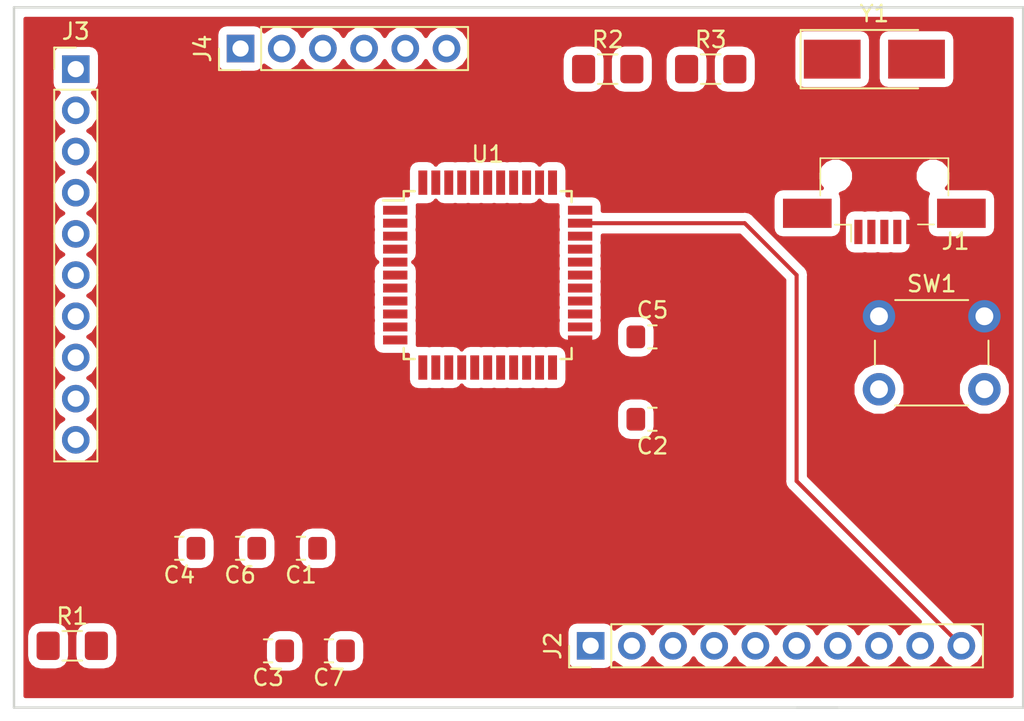
<source format=kicad_pcb>
(kicad_pcb (version 20171130) (host pcbnew 5.0.2+dfsg1-1)

  (general
    (thickness 1.6)
    (drawings 5)
    (tracks 4)
    (zones 0)
    (modules 17)
    (nets 43)
  )

  (page A4)
  (layers
    (0 F.Cu signal)
    (31 B.Cu signal)
    (32 B.Adhes user)
    (33 F.Adhes user)
    (34 B.Paste user)
    (35 F.Paste user)
    (36 B.SilkS user)
    (37 F.SilkS user)
    (38 B.Mask user)
    (39 F.Mask user)
    (40 Dwgs.User user)
    (41 Cmts.User user)
    (42 Eco1.User user)
    (43 Eco2.User user)
    (44 Edge.Cuts user)
    (45 Margin user)
    (46 B.CrtYd user)
    (47 F.CrtYd user)
    (48 B.Fab user)
    (49 F.Fab user)
  )

  (setup
    (last_trace_width 0.25)
    (trace_clearance 0.2)
    (zone_clearance 0.508)
    (zone_45_only no)
    (trace_min 0.2)
    (segment_width 0.2)
    (edge_width 0.15)
    (via_size 0.8)
    (via_drill 0.4)
    (via_min_size 0.4)
    (via_min_drill 0.3)
    (uvia_size 0.3)
    (uvia_drill 0.1)
    (uvias_allowed no)
    (uvia_min_size 0.2)
    (uvia_min_drill 0.1)
    (pcb_text_width 0.3)
    (pcb_text_size 1.5 1.5)
    (mod_edge_width 0.15)
    (mod_text_size 1 1)
    (mod_text_width 0.15)
    (pad_size 1.524 1.524)
    (pad_drill 0.762)
    (pad_to_mask_clearance 0.051)
    (solder_mask_min_width 0.25)
    (aux_axis_origin 0 0)
    (visible_elements FFFFFF7F)
    (pcbplotparams
      (layerselection 0x010fc_ffffffff)
      (usegerberextensions false)
      (usegerberattributes false)
      (usegerberadvancedattributes false)
      (creategerberjobfile false)
      (excludeedgelayer true)
      (linewidth 0.100000)
      (plotframeref false)
      (viasonmask false)
      (mode 1)
      (useauxorigin false)
      (hpglpennumber 1)
      (hpglpenspeed 20)
      (hpglpendiameter 15.000000)
      (psnegative false)
      (psa4output false)
      (plotreference true)
      (plotvalue true)
      (plotinvisibletext false)
      (padsonsilk false)
      (subtractmaskfromsilk false)
      (outputformat 1)
      (mirror false)
      (drillshape 0)
      (scaleselection 1)
      (outputdirectory "gerbers/"))
  )

  (net 0 "")
  (net 1 "Net-(R2-Pad1)")
  (net 2 "Net-(J1-Pad3)")
  (net 3 +5V)
  (net 4 "Net-(C1-Pad1)")
  (net 5 "Net-(R3-Pad1)")
  (net 6 "Net-(J1-Pad2)")
  (net 7 GND)
  (net 8 "Net-(C4-Pad1)")
  (net 9 "Net-(C3-Pad1)")
  (net 10 "Net-(C2-Pad2)")
  (net 11 "Net-(J4-Pad5)")
  (net 12 "Net-(J4-Pad4)")
  (net 13 "Net-(J4-Pad3)")
  (net 14 "Net-(J4-Pad2)")
  (net 15 "Net-(J4-Pad1)")
  (net 16 "Net-(U1-Pad42)")
  (net 17 "Net-(J1-Pad4)")
  (net 18 "Net-(J1-Pad6)")
  (net 19 Pino41)
  (net 20 Pino33)
  (net 21 Pino32)
  (net 22 Pino31)
  (net 23 Pino30)
  (net 24 Pino29)
  (net 25 Pino28)
  (net 26 Pino27)
  (net 27 Pino26)
  (net 28 Pino25)
  (net 29 Pino22)
  (net 30 Pino21)
  (net 31 Pino20)
  (net 32 Pino19)
  (net 33 Pino18)
  (net 34 Pino12)
  (net 35 Pino11)
  (net 36 Pino10)
  (net 37 Pino9)
  (net 38 Pino8)
  (net 39 Pino1)
  (net 40 Pino13)
  (net 41 Pino16)
  (net 42 Pino17)

  (net_class Default "Esta é a classe de rede padrão."
    (clearance 0.2)
    (trace_width 0.25)
    (via_dia 0.8)
    (via_drill 0.4)
    (uvia_dia 0.3)
    (uvia_drill 0.1)
    (add_net +5V)
    (add_net GND)
    (add_net "Net-(C1-Pad1)")
    (add_net "Net-(C2-Pad2)")
    (add_net "Net-(C3-Pad1)")
    (add_net "Net-(C4-Pad1)")
    (add_net "Net-(J1-Pad2)")
    (add_net "Net-(J1-Pad3)")
    (add_net "Net-(J1-Pad4)")
    (add_net "Net-(J1-Pad6)")
    (add_net "Net-(J4-Pad1)")
    (add_net "Net-(J4-Pad2)")
    (add_net "Net-(J4-Pad3)")
    (add_net "Net-(J4-Pad4)")
    (add_net "Net-(J4-Pad5)")
    (add_net "Net-(R2-Pad1)")
    (add_net "Net-(R3-Pad1)")
    (add_net "Net-(U1-Pad42)")
    (add_net Pino1)
    (add_net Pino10)
    (add_net Pino11)
    (add_net Pino12)
    (add_net Pino13)
    (add_net Pino16)
    (add_net Pino17)
    (add_net Pino18)
    (add_net Pino19)
    (add_net Pino20)
    (add_net Pino21)
    (add_net Pino22)
    (add_net Pino25)
    (add_net Pino26)
    (add_net Pino27)
    (add_net Pino28)
    (add_net Pino29)
    (add_net Pino30)
    (add_net Pino31)
    (add_net Pino32)
    (add_net Pino33)
    (add_net Pino41)
    (add_net Pino8)
    (add_net Pino9)
  )

  (module Button_Switch_THT:SW_PUSH_6mm (layer F.Cu) (tedit 5A02FE31) (tstamp 5D870113)
    (at 110.49 55.88)
    (descr https://www.omron.com/ecb/products/pdf/en-b3f.pdf)
    (tags "tact sw push 6mm")
    (path /5D7A8A82)
    (fp_text reference SW1 (at 3.25 -2) (layer F.SilkS)
      (effects (font (size 1 1) (thickness 0.15)))
    )
    (fp_text value SW_Push (at 3.75 6.7) (layer F.Fab)
      (effects (font (size 1 1) (thickness 0.15)))
    )
    (fp_circle (center 3.25 2.25) (end 1.25 2.5) (layer F.Fab) (width 0.1))
    (fp_line (start 6.75 3) (end 6.75 1.5) (layer F.SilkS) (width 0.12))
    (fp_line (start 5.5 -1) (end 1 -1) (layer F.SilkS) (width 0.12))
    (fp_line (start -0.25 1.5) (end -0.25 3) (layer F.SilkS) (width 0.12))
    (fp_line (start 1 5.5) (end 5.5 5.5) (layer F.SilkS) (width 0.12))
    (fp_line (start 8 -1.25) (end 8 5.75) (layer F.CrtYd) (width 0.05))
    (fp_line (start 7.75 6) (end -1.25 6) (layer F.CrtYd) (width 0.05))
    (fp_line (start -1.5 5.75) (end -1.5 -1.25) (layer F.CrtYd) (width 0.05))
    (fp_line (start -1.25 -1.5) (end 7.75 -1.5) (layer F.CrtYd) (width 0.05))
    (fp_line (start -1.5 6) (end -1.25 6) (layer F.CrtYd) (width 0.05))
    (fp_line (start -1.5 5.75) (end -1.5 6) (layer F.CrtYd) (width 0.05))
    (fp_line (start -1.5 -1.5) (end -1.25 -1.5) (layer F.CrtYd) (width 0.05))
    (fp_line (start -1.5 -1.25) (end -1.5 -1.5) (layer F.CrtYd) (width 0.05))
    (fp_line (start 8 -1.5) (end 8 -1.25) (layer F.CrtYd) (width 0.05))
    (fp_line (start 7.75 -1.5) (end 8 -1.5) (layer F.CrtYd) (width 0.05))
    (fp_line (start 8 6) (end 8 5.75) (layer F.CrtYd) (width 0.05))
    (fp_line (start 7.75 6) (end 8 6) (layer F.CrtYd) (width 0.05))
    (fp_line (start 0.25 -0.75) (end 3.25 -0.75) (layer F.Fab) (width 0.1))
    (fp_line (start 0.25 5.25) (end 0.25 -0.75) (layer F.Fab) (width 0.1))
    (fp_line (start 6.25 5.25) (end 0.25 5.25) (layer F.Fab) (width 0.1))
    (fp_line (start 6.25 -0.75) (end 6.25 5.25) (layer F.Fab) (width 0.1))
    (fp_line (start 3.25 -0.75) (end 6.25 -0.75) (layer F.Fab) (width 0.1))
    (fp_text user %R (at 3.25 2.25) (layer F.Fab)
      (effects (font (size 1 1) (thickness 0.15)))
    )
    (pad 1 thru_hole circle (at 6.5 0 90) (size 2 2) (drill 1.1) (layers *.Cu *.Mask)
      (net 7 GND))
    (pad 2 thru_hole circle (at 6.5 4.5 90) (size 2 2) (drill 1.1) (layers *.Cu *.Mask)
      (net 4 "Net-(C1-Pad1)"))
    (pad 1 thru_hole circle (at 0 0 90) (size 2 2) (drill 1.1) (layers *.Cu *.Mask)
      (net 7 GND))
    (pad 2 thru_hole circle (at 0 4.5 90) (size 2 2) (drill 1.1) (layers *.Cu *.Mask)
      (net 4 "Net-(C1-Pad1)"))
    (model ${KISYS3DMOD}/Button_Switch_THT.3dshapes/SW_PUSH_6mm.wrl
      (at (xyz 0 0 0))
      (scale (xyz 1 1 1))
      (rotate (xyz 0 0 0))
    )
  )

  (module Capacitor_SMD:C_0805_2012Metric_Pad1.15x1.40mm_HandSolder (layer F.Cu) (tedit 5B36C52B) (tstamp 5D8700F4)
    (at 96.52 62.23 180)
    (descr "Capacitor SMD 0805 (2012 Metric), square (rectangular) end terminal, IPC_7351 nominal with elongated pad for handsoldering. (Body size source: https://docs.google.com/spreadsheets/d/1BsfQQcO9C6DZCsRaXUlFlo91Tg2WpOkGARC1WS5S8t0/edit?usp=sharing), generated with kicad-footprint-generator")
    (tags "capacitor handsolder")
    (path /5D7A6541)
    (attr smd)
    (fp_text reference C2 (at 0 -1.65 180) (layer F.SilkS)
      (effects (font (size 1 1) (thickness 0.15)))
    )
    (fp_text value 15pF (at 0 1.65 180) (layer F.Fab)
      (effects (font (size 1 1) (thickness 0.15)))
    )
    (fp_text user %R (at 0 0 180) (layer F.Fab)
      (effects (font (size 0.5 0.5) (thickness 0.08)))
    )
    (fp_line (start 1.85 0.95) (end -1.85 0.95) (layer F.CrtYd) (width 0.05))
    (fp_line (start 1.85 -0.95) (end 1.85 0.95) (layer F.CrtYd) (width 0.05))
    (fp_line (start -1.85 -0.95) (end 1.85 -0.95) (layer F.CrtYd) (width 0.05))
    (fp_line (start -1.85 0.95) (end -1.85 -0.95) (layer F.CrtYd) (width 0.05))
    (fp_line (start -0.261252 0.71) (end 0.261252 0.71) (layer F.SilkS) (width 0.12))
    (fp_line (start -0.261252 -0.71) (end 0.261252 -0.71) (layer F.SilkS) (width 0.12))
    (fp_line (start 1 0.6) (end -1 0.6) (layer F.Fab) (width 0.1))
    (fp_line (start 1 -0.6) (end 1 0.6) (layer F.Fab) (width 0.1))
    (fp_line (start -1 -0.6) (end 1 -0.6) (layer F.Fab) (width 0.1))
    (fp_line (start -1 0.6) (end -1 -0.6) (layer F.Fab) (width 0.1))
    (pad 2 smd roundrect (at 1.025 0 180) (size 1.15 1.4) (layers F.Cu F.Paste F.Mask) (roundrect_rratio 0.217391)
      (net 10 "Net-(C2-Pad2)"))
    (pad 1 smd roundrect (at -1.025 0 180) (size 1.15 1.4) (layers F.Cu F.Paste F.Mask) (roundrect_rratio 0.217391)
      (net 7 GND))
    (model ${KISYS3DMOD}/Capacitor_SMD.3dshapes/C_0805_2012Metric.wrl
      (at (xyz 0 0 0))
      (scale (xyz 1 1 1))
      (rotate (xyz 0 0 0))
    )
  )

  (module Capacitor_SMD:C_0805_2012Metric_Pad1.15x1.40mm_HandSolder (layer F.Cu) (tedit 5B36C52B) (tstamp 5D8700E3)
    (at 72.818959 76.5111 180)
    (descr "Capacitor SMD 0805 (2012 Metric), square (rectangular) end terminal, IPC_7351 nominal with elongated pad for handsoldering. (Body size source: https://docs.google.com/spreadsheets/d/1BsfQQcO9C6DZCsRaXUlFlo91Tg2WpOkGARC1WS5S8t0/edit?usp=sharing), generated with kicad-footprint-generator")
    (tags "capacitor handsolder")
    (path /5D7A66D4)
    (attr smd)
    (fp_text reference C3 (at 0 -1.65 180) (layer F.SilkS)
      (effects (font (size 1 1) (thickness 0.15)))
    )
    (fp_text value 15pF (at 0 1.65 180) (layer F.Fab)
      (effects (font (size 1 1) (thickness 0.15)))
    )
    (fp_line (start -1 0.6) (end -1 -0.6) (layer F.Fab) (width 0.1))
    (fp_line (start -1 -0.6) (end 1 -0.6) (layer F.Fab) (width 0.1))
    (fp_line (start 1 -0.6) (end 1 0.6) (layer F.Fab) (width 0.1))
    (fp_line (start 1 0.6) (end -1 0.6) (layer F.Fab) (width 0.1))
    (fp_line (start -0.261252 -0.71) (end 0.261252 -0.71) (layer F.SilkS) (width 0.12))
    (fp_line (start -0.261252 0.71) (end 0.261252 0.71) (layer F.SilkS) (width 0.12))
    (fp_line (start -1.85 0.95) (end -1.85 -0.95) (layer F.CrtYd) (width 0.05))
    (fp_line (start -1.85 -0.95) (end 1.85 -0.95) (layer F.CrtYd) (width 0.05))
    (fp_line (start 1.85 -0.95) (end 1.85 0.95) (layer F.CrtYd) (width 0.05))
    (fp_line (start 1.85 0.95) (end -1.85 0.95) (layer F.CrtYd) (width 0.05))
    (fp_text user %R (at 0 0 180) (layer F.Fab)
      (effects (font (size 0.5 0.5) (thickness 0.08)))
    )
    (pad 1 smd roundrect (at -1.025 0 180) (size 1.15 1.4) (layers F.Cu F.Paste F.Mask) (roundrect_rratio 0.217391)
      (net 9 "Net-(C3-Pad1)"))
    (pad 2 smd roundrect (at 1.025 0 180) (size 1.15 1.4) (layers F.Cu F.Paste F.Mask) (roundrect_rratio 0.217391)
      (net 7 GND))
    (model ${KISYS3DMOD}/Capacitor_SMD.3dshapes/C_0805_2012Metric.wrl
      (at (xyz 0 0 0))
      (scale (xyz 1 1 1))
      (rotate (xyz 0 0 0))
    )
  )

  (module Capacitor_SMD:C_0805_2012Metric_Pad1.15x1.40mm_HandSolder (layer F.Cu) (tedit 5B36C52B) (tstamp 5D8700D2)
    (at 67.343535 70.186301 180)
    (descr "Capacitor SMD 0805 (2012 Metric), square (rectangular) end terminal, IPC_7351 nominal with elongated pad for handsoldering. (Body size source: https://docs.google.com/spreadsheets/d/1BsfQQcO9C6DZCsRaXUlFlo91Tg2WpOkGARC1WS5S8t0/edit?usp=sharing), generated with kicad-footprint-generator")
    (tags "capacitor handsolder")
    (path /5D7A6F9F)
    (attr smd)
    (fp_text reference C4 (at 0 -1.65 180) (layer F.SilkS)
      (effects (font (size 1 1) (thickness 0.15)))
    )
    (fp_text value 1uF (at 0 1.65 180) (layer F.Fab)
      (effects (font (size 1 1) (thickness 0.15)))
    )
    (fp_text user %R (at 0 0 180) (layer F.Fab)
      (effects (font (size 0.5 0.5) (thickness 0.08)))
    )
    (fp_line (start 1.85 0.95) (end -1.85 0.95) (layer F.CrtYd) (width 0.05))
    (fp_line (start 1.85 -0.95) (end 1.85 0.95) (layer F.CrtYd) (width 0.05))
    (fp_line (start -1.85 -0.95) (end 1.85 -0.95) (layer F.CrtYd) (width 0.05))
    (fp_line (start -1.85 0.95) (end -1.85 -0.95) (layer F.CrtYd) (width 0.05))
    (fp_line (start -0.261252 0.71) (end 0.261252 0.71) (layer F.SilkS) (width 0.12))
    (fp_line (start -0.261252 -0.71) (end 0.261252 -0.71) (layer F.SilkS) (width 0.12))
    (fp_line (start 1 0.6) (end -1 0.6) (layer F.Fab) (width 0.1))
    (fp_line (start 1 -0.6) (end 1 0.6) (layer F.Fab) (width 0.1))
    (fp_line (start -1 -0.6) (end 1 -0.6) (layer F.Fab) (width 0.1))
    (fp_line (start -1 0.6) (end -1 -0.6) (layer F.Fab) (width 0.1))
    (pad 2 smd roundrect (at 1.025 0 180) (size 1.15 1.4) (layers F.Cu F.Paste F.Mask) (roundrect_rratio 0.217391)
      (net 7 GND))
    (pad 1 smd roundrect (at -1.025 0 180) (size 1.15 1.4) (layers F.Cu F.Paste F.Mask) (roundrect_rratio 0.217391)
      (net 8 "Net-(C4-Pad1)"))
    (model ${KISYS3DMOD}/Capacitor_SMD.3dshapes/C_0805_2012Metric.wrl
      (at (xyz 0 0 0))
      (scale (xyz 1 1 1))
      (rotate (xyz 0 0 0))
    )
  )

  (module Capacitor_SMD:C_0805_2012Metric_Pad1.15x1.40mm_HandSolder (layer F.Cu) (tedit 5B36C52B) (tstamp 5D8700C1)
    (at 96.52 57.15)
    (descr "Capacitor SMD 0805 (2012 Metric), square (rectangular) end terminal, IPC_7351 nominal with elongated pad for handsoldering. (Body size source: https://docs.google.com/spreadsheets/d/1BsfQQcO9C6DZCsRaXUlFlo91Tg2WpOkGARC1WS5S8t0/edit?usp=sharing), generated with kicad-footprint-generator")
    (tags "capacitor handsolder")
    (path /5D7A7E2D)
    (attr smd)
    (fp_text reference C5 (at 0 -1.65) (layer F.SilkS)
      (effects (font (size 1 1) (thickness 0.15)))
    )
    (fp_text value 1u (at 0 1.65) (layer F.Fab)
      (effects (font (size 1 1) (thickness 0.15)))
    )
    (fp_line (start -1 0.6) (end -1 -0.6) (layer F.Fab) (width 0.1))
    (fp_line (start -1 -0.6) (end 1 -0.6) (layer F.Fab) (width 0.1))
    (fp_line (start 1 -0.6) (end 1 0.6) (layer F.Fab) (width 0.1))
    (fp_line (start 1 0.6) (end -1 0.6) (layer F.Fab) (width 0.1))
    (fp_line (start -0.261252 -0.71) (end 0.261252 -0.71) (layer F.SilkS) (width 0.12))
    (fp_line (start -0.261252 0.71) (end 0.261252 0.71) (layer F.SilkS) (width 0.12))
    (fp_line (start -1.85 0.95) (end -1.85 -0.95) (layer F.CrtYd) (width 0.05))
    (fp_line (start -1.85 -0.95) (end 1.85 -0.95) (layer F.CrtYd) (width 0.05))
    (fp_line (start 1.85 -0.95) (end 1.85 0.95) (layer F.CrtYd) (width 0.05))
    (fp_line (start 1.85 0.95) (end -1.85 0.95) (layer F.CrtYd) (width 0.05))
    (fp_text user %R (at 0 0) (layer F.Fab)
      (effects (font (size 0.5 0.5) (thickness 0.08)))
    )
    (pad 1 smd roundrect (at -1.025 0) (size 1.15 1.4) (layers F.Cu F.Paste F.Mask) (roundrect_rratio 0.217391)
      (net 3 +5V))
    (pad 2 smd roundrect (at 1.025 0) (size 1.15 1.4) (layers F.Cu F.Paste F.Mask) (roundrect_rratio 0.217391)
      (net 7 GND))
    (model ${KISYS3DMOD}/Capacitor_SMD.3dshapes/C_0805_2012Metric.wrl
      (at (xyz 0 0 0))
      (scale (xyz 1 1 1))
      (rotate (xyz 0 0 0))
    )
  )

  (module Capacitor_SMD:C_0805_2012Metric_Pad1.15x1.40mm_HandSolder (layer F.Cu) (tedit 5B36C52B) (tstamp 5D8700B0)
    (at 71.093535 70.186301 180)
    (descr "Capacitor SMD 0805 (2012 Metric), square (rectangular) end terminal, IPC_7351 nominal with elongated pad for handsoldering. (Body size source: https://docs.google.com/spreadsheets/d/1BsfQQcO9C6DZCsRaXUlFlo91Tg2WpOkGARC1WS5S8t0/edit?usp=sharing), generated with kicad-footprint-generator")
    (tags "capacitor handsolder")
    (path /5D7A81A9)
    (attr smd)
    (fp_text reference C6 (at 0 -1.65 180) (layer F.SilkS)
      (effects (font (size 1 1) (thickness 0.15)))
    )
    (fp_text value 100n (at 0 1.65 180) (layer F.Fab)
      (effects (font (size 1 1) (thickness 0.15)))
    )
    (fp_text user %R (at 0 0 180) (layer F.Fab)
      (effects (font (size 0.5 0.5) (thickness 0.08)))
    )
    (fp_line (start 1.85 0.95) (end -1.85 0.95) (layer F.CrtYd) (width 0.05))
    (fp_line (start 1.85 -0.95) (end 1.85 0.95) (layer F.CrtYd) (width 0.05))
    (fp_line (start -1.85 -0.95) (end 1.85 -0.95) (layer F.CrtYd) (width 0.05))
    (fp_line (start -1.85 0.95) (end -1.85 -0.95) (layer F.CrtYd) (width 0.05))
    (fp_line (start -0.261252 0.71) (end 0.261252 0.71) (layer F.SilkS) (width 0.12))
    (fp_line (start -0.261252 -0.71) (end 0.261252 -0.71) (layer F.SilkS) (width 0.12))
    (fp_line (start 1 0.6) (end -1 0.6) (layer F.Fab) (width 0.1))
    (fp_line (start 1 -0.6) (end 1 0.6) (layer F.Fab) (width 0.1))
    (fp_line (start -1 -0.6) (end 1 -0.6) (layer F.Fab) (width 0.1))
    (fp_line (start -1 0.6) (end -1 -0.6) (layer F.Fab) (width 0.1))
    (pad 2 smd roundrect (at 1.025 0 180) (size 1.15 1.4) (layers F.Cu F.Paste F.Mask) (roundrect_rratio 0.217391)
      (net 7 GND))
    (pad 1 smd roundrect (at -1.025 0 180) (size 1.15 1.4) (layers F.Cu F.Paste F.Mask) (roundrect_rratio 0.217391)
      (net 3 +5V))
    (model ${KISYS3DMOD}/Capacitor_SMD.3dshapes/C_0805_2012Metric.wrl
      (at (xyz 0 0 0))
      (scale (xyz 1 1 1))
      (rotate (xyz 0 0 0))
    )
  )

  (module Capacitor_SMD:C_0805_2012Metric_Pad1.15x1.40mm_HandSolder (layer F.Cu) (tedit 5B36C52B) (tstamp 5D87009F)
    (at 76.568959 76.5111 180)
    (descr "Capacitor SMD 0805 (2012 Metric), square (rectangular) end terminal, IPC_7351 nominal with elongated pad for handsoldering. (Body size source: https://docs.google.com/spreadsheets/d/1BsfQQcO9C6DZCsRaXUlFlo91Tg2WpOkGARC1WS5S8t0/edit?usp=sharing), generated with kicad-footprint-generator")
    (tags "capacitor handsolder")
    (path /5D7A841B)
    (attr smd)
    (fp_text reference C7 (at 0 -1.65 180) (layer F.SilkS)
      (effects (font (size 1 1) (thickness 0.15)))
    )
    (fp_text value 100n (at 0 1.65 180) (layer F.Fab)
      (effects (font (size 1 1) (thickness 0.15)))
    )
    (fp_line (start -1 0.6) (end -1 -0.6) (layer F.Fab) (width 0.1))
    (fp_line (start -1 -0.6) (end 1 -0.6) (layer F.Fab) (width 0.1))
    (fp_line (start 1 -0.6) (end 1 0.6) (layer F.Fab) (width 0.1))
    (fp_line (start 1 0.6) (end -1 0.6) (layer F.Fab) (width 0.1))
    (fp_line (start -0.261252 -0.71) (end 0.261252 -0.71) (layer F.SilkS) (width 0.12))
    (fp_line (start -0.261252 0.71) (end 0.261252 0.71) (layer F.SilkS) (width 0.12))
    (fp_line (start -1.85 0.95) (end -1.85 -0.95) (layer F.CrtYd) (width 0.05))
    (fp_line (start -1.85 -0.95) (end 1.85 -0.95) (layer F.CrtYd) (width 0.05))
    (fp_line (start 1.85 -0.95) (end 1.85 0.95) (layer F.CrtYd) (width 0.05))
    (fp_line (start 1.85 0.95) (end -1.85 0.95) (layer F.CrtYd) (width 0.05))
    (fp_text user %R (at 0 0 180) (layer F.Fab)
      (effects (font (size 0.5 0.5) (thickness 0.08)))
    )
    (pad 1 smd roundrect (at -1.025 0 180) (size 1.15 1.4) (layers F.Cu F.Paste F.Mask) (roundrect_rratio 0.217391)
      (net 3 +5V))
    (pad 2 smd roundrect (at 1.025 0 180) (size 1.15 1.4) (layers F.Cu F.Paste F.Mask) (roundrect_rratio 0.217391)
      (net 7 GND))
    (model ${KISYS3DMOD}/Capacitor_SMD.3dshapes/C_0805_2012Metric.wrl
      (at (xyz 0 0 0))
      (scale (xyz 1 1 1))
      (rotate (xyz 0 0 0))
    )
  )

  (module Capacitor_SMD:C_0805_2012Metric_Pad1.15x1.40mm_HandSolder (layer F.Cu) (tedit 5B36C52B) (tstamp 5D87008E)
    (at 74.843535 70.186301 180)
    (descr "Capacitor SMD 0805 (2012 Metric), square (rectangular) end terminal, IPC_7351 nominal with elongated pad for handsoldering. (Body size source: https://docs.google.com/spreadsheets/d/1BsfQQcO9C6DZCsRaXUlFlo91Tg2WpOkGARC1WS5S8t0/edit?usp=sharing), generated with kicad-footprint-generator")
    (tags "capacitor handsolder")
    (path /5D7AA571)
    (attr smd)
    (fp_text reference C1 (at 0 -1.65 180) (layer F.SilkS)
      (effects (font (size 1 1) (thickness 0.15)))
    )
    (fp_text value 100n (at 0 1.65 180) (layer F.Fab)
      (effects (font (size 1 1) (thickness 0.15)))
    )
    (fp_text user %R (at 0 0 180) (layer F.Fab)
      (effects (font (size 0.5 0.5) (thickness 0.08)))
    )
    (fp_line (start 1.85 0.95) (end -1.85 0.95) (layer F.CrtYd) (width 0.05))
    (fp_line (start 1.85 -0.95) (end 1.85 0.95) (layer F.CrtYd) (width 0.05))
    (fp_line (start -1.85 -0.95) (end 1.85 -0.95) (layer F.CrtYd) (width 0.05))
    (fp_line (start -1.85 0.95) (end -1.85 -0.95) (layer F.CrtYd) (width 0.05))
    (fp_line (start -0.261252 0.71) (end 0.261252 0.71) (layer F.SilkS) (width 0.12))
    (fp_line (start -0.261252 -0.71) (end 0.261252 -0.71) (layer F.SilkS) (width 0.12))
    (fp_line (start 1 0.6) (end -1 0.6) (layer F.Fab) (width 0.1))
    (fp_line (start 1 -0.6) (end 1 0.6) (layer F.Fab) (width 0.1))
    (fp_line (start -1 -0.6) (end 1 -0.6) (layer F.Fab) (width 0.1))
    (fp_line (start -1 0.6) (end -1 -0.6) (layer F.Fab) (width 0.1))
    (pad 2 smd roundrect (at 1.025 0 180) (size 1.15 1.4) (layers F.Cu F.Paste F.Mask) (roundrect_rratio 0.217391)
      (net 7 GND))
    (pad 1 smd roundrect (at -1.025 0 180) (size 1.15 1.4) (layers F.Cu F.Paste F.Mask) (roundrect_rratio 0.217391)
      (net 4 "Net-(C1-Pad1)"))
    (model ${KISYS3DMOD}/Capacitor_SMD.3dshapes/C_0805_2012Metric.wrl
      (at (xyz 0 0 0))
      (scale (xyz 1 1 1))
      (rotate (xyz 0 0 0))
    )
  )

  (module Connector_PinHeader_2.54mm:PinHeader_1x06_P2.54mm_Vertical (layer F.Cu) (tedit 59FED5CC) (tstamp 5D87007D)
    (at 71.12 39.37 90)
    (descr "Through hole straight pin header, 1x06, 2.54mm pitch, single row")
    (tags "Through hole pin header THT 1x06 2.54mm single row")
    (path /5D7AB549)
    (fp_text reference J4 (at 0 -2.33 90) (layer F.SilkS)
      (effects (font (size 1 1) (thickness 0.15)))
    )
    (fp_text value Conn_01x06 (at -3.81 7.62 180) (layer F.Fab)
      (effects (font (size 1 1) (thickness 0.15)))
    )
    (fp_text user %R (at 0 6.35 180) (layer F.Fab)
      (effects (font (size 1 1) (thickness 0.15)))
    )
    (fp_line (start 1.8 -1.8) (end -1.8 -1.8) (layer F.CrtYd) (width 0.05))
    (fp_line (start 1.8 14.5) (end 1.8 -1.8) (layer F.CrtYd) (width 0.05))
    (fp_line (start -1.8 14.5) (end 1.8 14.5) (layer F.CrtYd) (width 0.05))
    (fp_line (start -1.8 -1.8) (end -1.8 14.5) (layer F.CrtYd) (width 0.05))
    (fp_line (start -1.33 -1.33) (end 0 -1.33) (layer F.SilkS) (width 0.12))
    (fp_line (start -1.33 0) (end -1.33 -1.33) (layer F.SilkS) (width 0.12))
    (fp_line (start -1.33 1.27) (end 1.33 1.27) (layer F.SilkS) (width 0.12))
    (fp_line (start 1.33 1.27) (end 1.33 14.03) (layer F.SilkS) (width 0.12))
    (fp_line (start -1.33 1.27) (end -1.33 14.03) (layer F.SilkS) (width 0.12))
    (fp_line (start -1.33 14.03) (end 1.33 14.03) (layer F.SilkS) (width 0.12))
    (fp_line (start -1.27 -0.635) (end -0.635 -1.27) (layer F.Fab) (width 0.1))
    (fp_line (start -1.27 13.97) (end -1.27 -0.635) (layer F.Fab) (width 0.1))
    (fp_line (start 1.27 13.97) (end -1.27 13.97) (layer F.Fab) (width 0.1))
    (fp_line (start 1.27 -1.27) (end 1.27 13.97) (layer F.Fab) (width 0.1))
    (fp_line (start -0.635 -1.27) (end 1.27 -1.27) (layer F.Fab) (width 0.1))
    (pad 6 thru_hole oval (at 0 12.7 90) (size 1.7 1.7) (drill 1) (layers *.Cu *.Mask)
      (net 20 Pino33))
    (pad 5 thru_hole oval (at 0 10.16 90) (size 1.7 1.7) (drill 1) (layers *.Cu *.Mask)
      (net 11 "Net-(J4-Pad5)"))
    (pad 4 thru_hole oval (at 0 7.62 90) (size 1.7 1.7) (drill 1) (layers *.Cu *.Mask)
      (net 12 "Net-(J4-Pad4)"))
    (pad 3 thru_hole oval (at 0 5.08 90) (size 1.7 1.7) (drill 1) (layers *.Cu *.Mask)
      (net 13 "Net-(J4-Pad3)"))
    (pad 2 thru_hole oval (at 0 2.54 90) (size 1.7 1.7) (drill 1) (layers *.Cu *.Mask)
      (net 14 "Net-(J4-Pad2)"))
    (pad 1 thru_hole rect (at 0 0 90) (size 1.7 1.7) (drill 1) (layers *.Cu *.Mask)
      (net 15 "Net-(J4-Pad1)"))
    (model ${KISYS3DMOD}/Connector_PinHeader_2.54mm.3dshapes/PinHeader_1x06_P2.54mm_Vertical.wrl
      (at (xyz 0 0 0))
      (scale (xyz 1 1 1))
      (rotate (xyz 0 0 0))
    )
  )

  (module Connector_PinHeader_2.54mm:PinHeader_1x10_P2.54mm_Vertical (layer F.Cu) (tedit 59FED5CC) (tstamp 5D870063)
    (at 60.96 40.64)
    (descr "Through hole straight pin header, 1x10, 2.54mm pitch, single row")
    (tags "Through hole pin header THT 1x10 2.54mm single row")
    (path /5D7AB63B)
    (fp_text reference J3 (at 0 -2.33) (layer F.SilkS)
      (effects (font (size 1 1) (thickness 0.15)))
    )
    (fp_text value Conn_01x10 (at 0 25.19) (layer F.Fab)
      (effects (font (size 1 1) (thickness 0.15)))
    )
    (fp_line (start -0.635 -1.27) (end 1.27 -1.27) (layer F.Fab) (width 0.1))
    (fp_line (start 1.27 -1.27) (end 1.27 24.13) (layer F.Fab) (width 0.1))
    (fp_line (start 1.27 24.13) (end -1.27 24.13) (layer F.Fab) (width 0.1))
    (fp_line (start -1.27 24.13) (end -1.27 -0.635) (layer F.Fab) (width 0.1))
    (fp_line (start -1.27 -0.635) (end -0.635 -1.27) (layer F.Fab) (width 0.1))
    (fp_line (start -1.33 24.19) (end 1.33 24.19) (layer F.SilkS) (width 0.12))
    (fp_line (start -1.33 1.27) (end -1.33 24.19) (layer F.SilkS) (width 0.12))
    (fp_line (start 1.33 1.27) (end 1.33 24.19) (layer F.SilkS) (width 0.12))
    (fp_line (start -1.33 1.27) (end 1.33 1.27) (layer F.SilkS) (width 0.12))
    (fp_line (start -1.33 0) (end -1.33 -1.33) (layer F.SilkS) (width 0.12))
    (fp_line (start -1.33 -1.33) (end 0 -1.33) (layer F.SilkS) (width 0.12))
    (fp_line (start -1.8 -1.8) (end -1.8 24.65) (layer F.CrtYd) (width 0.05))
    (fp_line (start -1.8 24.65) (end 1.8 24.65) (layer F.CrtYd) (width 0.05))
    (fp_line (start 1.8 24.65) (end 1.8 -1.8) (layer F.CrtYd) (width 0.05))
    (fp_line (start 1.8 -1.8) (end -1.8 -1.8) (layer F.CrtYd) (width 0.05))
    (fp_text user %R (at 0 11.43 90) (layer F.Fab)
      (effects (font (size 1 1) (thickness 0.15)))
    )
    (pad 1 thru_hole rect (at 0 0) (size 1.7 1.7) (drill 1) (layers *.Cu *.Mask)
      (net 19 Pino41))
    (pad 2 thru_hole oval (at 0 2.54) (size 1.7 1.7) (drill 1) (layers *.Cu *.Mask)
      (net 39 Pino1))
    (pad 3 thru_hole oval (at 0 5.08) (size 1.7 1.7) (drill 1) (layers *.Cu *.Mask)
      (net 38 Pino8))
    (pad 4 thru_hole oval (at 0 7.62) (size 1.7 1.7) (drill 1) (layers *.Cu *.Mask)
      (net 37 Pino9))
    (pad 5 thru_hole oval (at 0 10.16) (size 1.7 1.7) (drill 1) (layers *.Cu *.Mask)
      (net 36 Pino10))
    (pad 6 thru_hole oval (at 0 12.7) (size 1.7 1.7) (drill 1) (layers *.Cu *.Mask)
      (net 34 Pino12))
    (pad 7 thru_hole oval (at 0 15.24) (size 1.7 1.7) (drill 1) (layers *.Cu *.Mask)
      (net 40 Pino13))
    (pad 8 thru_hole oval (at 0 17.78) (size 1.7 1.7) (drill 1) (layers *.Cu *.Mask)
      (net 41 Pino16))
    (pad 9 thru_hole oval (at 0 20.32) (size 1.7 1.7) (drill 1) (layers *.Cu *.Mask)
      (net 42 Pino17))
    (pad 10 thru_hole oval (at 0 22.86) (size 1.7 1.7) (drill 1) (layers *.Cu *.Mask)
      (net 33 Pino18))
    (model ${KISYS3DMOD}/Connector_PinHeader_2.54mm.3dshapes/PinHeader_1x10_P2.54mm_Vertical.wrl
      (at (xyz 0 0 0))
      (scale (xyz 1 1 1))
      (rotate (xyz 0 0 0))
    )
  )

  (module Connector_PinHeader_2.54mm:PinHeader_1x10_P2.54mm_Vertical (layer F.Cu) (tedit 59FED5CC) (tstamp 5D870045)
    (at 92.71 76.2 90)
    (descr "Through hole straight pin header, 1x10, 2.54mm pitch, single row")
    (tags "Through hole pin header THT 1x10 2.54mm single row")
    (path /5D7AB30B)
    (fp_text reference J2 (at 0 -2.33 90) (layer F.SilkS)
      (effects (font (size 1 1) (thickness 0.15)))
    )
    (fp_text value Conn_01x10 (at 0 25.19 90) (layer F.Fab)
      (effects (font (size 1 1) (thickness 0.15)))
    )
    (fp_text user %R (at 0 11.43 180) (layer F.Fab)
      (effects (font (size 1 1) (thickness 0.15)))
    )
    (fp_line (start 1.8 -1.8) (end -1.8 -1.8) (layer F.CrtYd) (width 0.05))
    (fp_line (start 1.8 24.65) (end 1.8 -1.8) (layer F.CrtYd) (width 0.05))
    (fp_line (start -1.8 24.65) (end 1.8 24.65) (layer F.CrtYd) (width 0.05))
    (fp_line (start -1.8 -1.8) (end -1.8 24.65) (layer F.CrtYd) (width 0.05))
    (fp_line (start -1.33 -1.33) (end 0 -1.33) (layer F.SilkS) (width 0.12))
    (fp_line (start -1.33 0) (end -1.33 -1.33) (layer F.SilkS) (width 0.12))
    (fp_line (start -1.33 1.27) (end 1.33 1.27) (layer F.SilkS) (width 0.12))
    (fp_line (start 1.33 1.27) (end 1.33 24.19) (layer F.SilkS) (width 0.12))
    (fp_line (start -1.33 1.27) (end -1.33 24.19) (layer F.SilkS) (width 0.12))
    (fp_line (start -1.33 24.19) (end 1.33 24.19) (layer F.SilkS) (width 0.12))
    (fp_line (start -1.27 -0.635) (end -0.635 -1.27) (layer F.Fab) (width 0.1))
    (fp_line (start -1.27 24.13) (end -1.27 -0.635) (layer F.Fab) (width 0.1))
    (fp_line (start 1.27 24.13) (end -1.27 24.13) (layer F.Fab) (width 0.1))
    (fp_line (start 1.27 -1.27) (end 1.27 24.13) (layer F.Fab) (width 0.1))
    (fp_line (start -0.635 -1.27) (end 1.27 -1.27) (layer F.Fab) (width 0.1))
    (pad 10 thru_hole oval (at 0 22.86 90) (size 1.7 1.7) (drill 1) (layers *.Cu *.Mask)
      (net 21 Pino32))
    (pad 9 thru_hole oval (at 0 20.32 90) (size 1.7 1.7) (drill 1) (layers *.Cu *.Mask)
      (net 22 Pino31))
    (pad 8 thru_hole oval (at 0 17.78 90) (size 1.7 1.7) (drill 1) (layers *.Cu *.Mask)
      (net 34 Pino12))
    (pad 7 thru_hole oval (at 0 15.24 90) (size 1.7 1.7) (drill 1) (layers *.Cu *.Mask)
      (net 23 Pino30))
    (pad 6 thru_hole oval (at 0 12.7 90) (size 1.7 1.7) (drill 1) (layers *.Cu *.Mask)
      (net 24 Pino29))
    (pad 5 thru_hole oval (at 0 10.16 90) (size 1.7 1.7) (drill 1) (layers *.Cu *.Mask)
      (net 25 Pino28))
    (pad 4 thru_hole oval (at 0 7.62 90) (size 1.7 1.7) (drill 1) (layers *.Cu *.Mask)
      (net 29 Pino22))
    (pad 3 thru_hole oval (at 0 5.08 90) (size 1.7 1.7) (drill 1) (layers *.Cu *.Mask)
      (net 30 Pino21))
    (pad 2 thru_hole oval (at 0 2.54 90) (size 1.7 1.7) (drill 1) (layers *.Cu *.Mask)
      (net 31 Pino20))
    (pad 1 thru_hole rect (at 0 0 90) (size 1.7 1.7) (drill 1) (layers *.Cu *.Mask)
      (net 32 Pino19))
    (model ${KISYS3DMOD}/Connector_PinHeader_2.54mm.3dshapes/PinHeader_1x10_P2.54mm_Vertical.wrl
      (at (xyz 0 0 0))
      (scale (xyz 1 1 1))
      (rotate (xyz 0 0 0))
    )
  )

  (module Connector_USB:USB_Mini-B_AdamTech_MUSB-B5-S-VT-TSMT-1_SMD_Vertical (layer F.Cu) (tedit 5B6C3FF0) (tstamp 5D870027)
    (at 110.82 49.08 90)
    (descr http://www.adam-tech.com/upload/MUSB-B5-S-VT-TSMT-1.pdf)
    (tags "USB Mini-B")
    (path /5D7BC2A0)
    (attr smd)
    (fp_text reference J1 (at -2.18 4.39 180) (layer F.SilkS)
      (effects (font (size 1 1) (thickness 0.15)))
    )
    (fp_text value USB_B_Mini (at 0 7.58 90) (layer F.Fab)
      (effects (font (size 1 1) (thickness 0.15)))
    )
    (fp_line (start -0.65 -1.6) (end -1.05 -1.35) (layer F.Fab) (width 0.1))
    (fp_line (start -1.05 -1.85) (end -0.65 -1.6) (layer F.Fab) (width 0.1))
    (fp_line (start 2.95 -3.95) (end 0.65 -3.95) (layer F.SilkS) (width 0.1))
    (fp_line (start 2.95 3.95) (end 2.95 -3.95) (layer F.SilkS) (width 0.1))
    (fp_line (start 0.65 3.95) (end 2.95 3.95) (layer F.SilkS) (width 0.1))
    (fp_line (start -1.138539 2.064476) (end -1.138539 3.064476) (layer F.SilkS) (width 0.1))
    (fp_line (start -2.2 -2.05) (end -1.15 -2.05) (layer F.SilkS) (width 0.1))
    (fp_line (start -1.15 -2.05) (end -1.15 -3.05) (layer F.SilkS) (width 0.1))
    (fp_line (start 0.2 -5.85) (end 0.2 -3.85) (layer F.Fab) (width 0.1))
    (fp_line (start -1.05 -5.85) (end 0.2 -5.85) (layer F.Fab) (width 0.1))
    (fp_line (start 0.2 5.85) (end 0.2 3.85) (layer F.Fab) (width 0.1))
    (fp_line (start -1.05 5.85) (end 0.2 5.85) (layer F.Fab) (width 0.1))
    (fp_line (start -1.05 -5.85) (end -1.05 5.85) (layer F.Fab) (width 0.1))
    (fp_line (start -1.05 3.85) (end 2.85 3.85) (layer F.Fab) (width 0.1))
    (fp_line (start 2.85 -3.85) (end -1.05 -3.85) (layer F.Fab) (width 0.1))
    (fp_line (start 2.85 3.85) (end 2.85 -3.85) (layer F.Fab) (width 0.1))
    (fp_text user %R (at 0.49 0.015 180) (layer F.Fab)
      (effects (font (size 1 1) (thickness 0.15)))
    )
    (fp_line (start -2.85 6.75) (end -2.85 -6.75) (layer F.CrtYd) (width 0.05))
    (fp_line (start 3.35 6.75) (end -2.85 6.75) (layer F.CrtYd) (width 0.05))
    (fp_line (start 3.35 -6.75) (end 3.35 6.75) (layer F.CrtYd) (width 0.05))
    (fp_line (start -2.85 -6.75) (end 3.35 -6.75) (layer F.CrtYd) (width 0.05))
    (pad 6 smd rect (at -0.45 -4.75 180) (size 3 1.8) (layers F.Cu F.Paste F.Mask)
      (net 18 "Net-(J1-Pad6)"))
    (pad 6 smd rect (at -0.45 4.75 180) (size 3 1.8) (layers F.Cu F.Paste F.Mask)
      (net 18 "Net-(J1-Pad6)"))
    (pad 1 smd rect (at -1.6 -1.6 180) (size 0.5 1.5) (layers F.Cu F.Paste F.Mask)
      (net 3 +5V))
    (pad 2 smd rect (at -1.6 -0.8 180) (size 0.5 1.5) (layers F.Cu F.Paste F.Mask)
      (net 6 "Net-(J1-Pad2)"))
    (pad 3 smd rect (at -1.6 0 180) (size 0.5 1.5) (layers F.Cu F.Paste F.Mask)
      (net 2 "Net-(J1-Pad3)"))
    (pad 4 smd rect (at -1.6 0.8 180) (size 0.5 1.5) (layers F.Cu F.Paste F.Mask)
      (net 17 "Net-(J1-Pad4)"))
    (pad 5 smd rect (at -1.6 1.6 180) (size 0.5 1.5) (layers F.Cu F.Paste F.Mask)
      (net 7 GND))
    (pad "" np_thru_hole circle (at 1.85 -3 180) (size 1 1) (drill 1) (layers *.Cu *.Mask))
    (pad "" np_thru_hole circle (at 1.85 3 180) (size 1 1) (drill 1) (layers *.Cu *.Mask))
    (model ${KISYS3DMOD}/Connector_USB.3dshapes/USB_Mini-B_AdamTech_MUSB-B5-S-VT-TSMT-1_SMD_Vertical.wrl
      (at (xyz 0 0 0))
      (scale (xyz 1 1 1))
      (rotate (xyz 0 0 0))
    )
  )

  (module Crystal:Crystal_SMD_5032-2Pin_5.0x3.2mm_HandSoldering (layer F.Cu) (tedit 5A0FD1B2) (tstamp 5D870005)
    (at 110.205001 40.025001)
    (descr "SMD Crystal SERIES SMD2520/2 http://www.icbase.com/File/PDF/HKC/HKC00061008.pdf, hand-soldering, 5.0x3.2mm^2 package")
    (tags "SMD SMT crystal hand-soldering")
    (path /5D7A53EA)
    (attr smd)
    (fp_text reference Y1 (at 0 -2.8) (layer F.SilkS)
      (effects (font (size 1 1) (thickness 0.15)))
    )
    (fp_text value 16MHz (at 0 2.8) (layer F.Fab)
      (effects (font (size 1 1) (thickness 0.15)))
    )
    (fp_circle (center 0 0) (end 0.093333 0) (layer F.Adhes) (width 0.186667))
    (fp_circle (center 0 0) (end 0.213333 0) (layer F.Adhes) (width 0.133333))
    (fp_circle (center 0 0) (end 0.333333 0) (layer F.Adhes) (width 0.133333))
    (fp_circle (center 0 0) (end 0.4 0) (layer F.Adhes) (width 0.1))
    (fp_line (start 4.6 -1.9) (end -4.6 -1.9) (layer F.CrtYd) (width 0.05))
    (fp_line (start 4.6 1.9) (end 4.6 -1.9) (layer F.CrtYd) (width 0.05))
    (fp_line (start -4.6 1.9) (end 4.6 1.9) (layer F.CrtYd) (width 0.05))
    (fp_line (start -4.6 -1.9) (end -4.6 1.9) (layer F.CrtYd) (width 0.05))
    (fp_line (start -4.55 1.8) (end 2.7 1.8) (layer F.SilkS) (width 0.12))
    (fp_line (start -4.55 -1.8) (end -4.55 1.8) (layer F.SilkS) (width 0.12))
    (fp_line (start 2.7 -1.8) (end -4.55 -1.8) (layer F.SilkS) (width 0.12))
    (fp_line (start -2.5 0.6) (end -1.5 1.6) (layer F.Fab) (width 0.1))
    (fp_line (start -2.5 -1.4) (end -2.3 -1.6) (layer F.Fab) (width 0.1))
    (fp_line (start -2.5 1.4) (end -2.5 -1.4) (layer F.Fab) (width 0.1))
    (fp_line (start -2.3 1.6) (end -2.5 1.4) (layer F.Fab) (width 0.1))
    (fp_line (start 2.3 1.6) (end -2.3 1.6) (layer F.Fab) (width 0.1))
    (fp_line (start 2.5 1.4) (end 2.3 1.6) (layer F.Fab) (width 0.1))
    (fp_line (start 2.5 -1.4) (end 2.5 1.4) (layer F.Fab) (width 0.1))
    (fp_line (start 2.3 -1.6) (end 2.5 -1.4) (layer F.Fab) (width 0.1))
    (fp_line (start -2.3 -1.6) (end 2.3 -1.6) (layer F.Fab) (width 0.1))
    (fp_text user %R (at 0 0) (layer F.Fab)
      (effects (font (size 1 1) (thickness 0.15)))
    )
    (pad 2 smd rect (at 2.6 0) (size 3.5 2.4) (layers F.Cu F.Paste F.Mask)
      (net 9 "Net-(C3-Pad1)"))
    (pad 1 smd rect (at -2.6 0) (size 3.5 2.4) (layers F.Cu F.Paste F.Mask)
      (net 10 "Net-(C2-Pad2)"))
    (model ${KISYS3DMOD}/Crystal.3dshapes/Crystal_SMD_5032-2Pin_5.0x3.2mm_HandSoldering.wrl
      (at (xyz 0 0 0))
      (scale (xyz 1 1 1))
      (rotate (xyz 0 0 0))
    )
  )

  (module Package_QFP:TQFP-44_10x10mm_P0.8mm (layer F.Cu) (tedit 5A02F146) (tstamp 5D86FFEA)
    (at 86.36 53.34)
    (descr "44-Lead Plastic Thin Quad Flatpack (PT) - 10x10x1.0 mm Body [TQFP] (see Microchip Packaging Specification 00000049BS.pdf)")
    (tags "QFP 0.8")
    (path /5D7A3DE3)
    (attr smd)
    (fp_text reference U1 (at 0 -7.45) (layer F.SilkS)
      (effects (font (size 1 1) (thickness 0.15)))
    )
    (fp_text value ATmega32U4-AU (at 0 7.45) (layer F.Fab)
      (effects (font (size 1 1) (thickness 0.15)))
    )
    (fp_line (start -5.175 -4.6) (end -6.45 -4.6) (layer F.SilkS) (width 0.15))
    (fp_line (start 5.175 -5.175) (end 4.5 -5.175) (layer F.SilkS) (width 0.15))
    (fp_line (start 5.175 5.175) (end 4.5 5.175) (layer F.SilkS) (width 0.15))
    (fp_line (start -5.175 5.175) (end -4.5 5.175) (layer F.SilkS) (width 0.15))
    (fp_line (start -5.175 -5.175) (end -4.5 -5.175) (layer F.SilkS) (width 0.15))
    (fp_line (start -5.175 5.175) (end -5.175 4.5) (layer F.SilkS) (width 0.15))
    (fp_line (start 5.175 5.175) (end 5.175 4.5) (layer F.SilkS) (width 0.15))
    (fp_line (start 5.175 -5.175) (end 5.175 -4.5) (layer F.SilkS) (width 0.15))
    (fp_line (start -5.175 -5.175) (end -5.175 -4.6) (layer F.SilkS) (width 0.15))
    (fp_line (start -6.7 6.7) (end 6.7 6.7) (layer F.CrtYd) (width 0.05))
    (fp_line (start -6.7 -6.7) (end 6.7 -6.7) (layer F.CrtYd) (width 0.05))
    (fp_line (start 6.7 -6.7) (end 6.7 6.7) (layer F.CrtYd) (width 0.05))
    (fp_line (start -6.7 -6.7) (end -6.7 6.7) (layer F.CrtYd) (width 0.05))
    (fp_line (start -5 -4) (end -4 -5) (layer F.Fab) (width 0.15))
    (fp_line (start -5 5) (end -5 -4) (layer F.Fab) (width 0.15))
    (fp_line (start 5 5) (end -5 5) (layer F.Fab) (width 0.15))
    (fp_line (start 5 -5) (end 5 5) (layer F.Fab) (width 0.15))
    (fp_line (start -4 -5) (end 5 -5) (layer F.Fab) (width 0.15))
    (fp_text user %R (at 0 0) (layer F.Fab)
      (effects (font (size 1 1) (thickness 0.15)))
    )
    (pad 44 smd rect (at -4 -5.7 90) (size 1.5 0.55) (layers F.Cu F.Paste F.Mask)
      (net 3 +5V))
    (pad 43 smd rect (at -3.2 -5.7 90) (size 1.5 0.55) (layers F.Cu F.Paste F.Mask)
      (net 7 GND))
    (pad 42 smd rect (at -2.4 -5.7 90) (size 1.5 0.55) (layers F.Cu F.Paste F.Mask)
      (net 16 "Net-(U1-Pad42)"))
    (pad 41 smd rect (at -1.6 -5.7 90) (size 1.5 0.55) (layers F.Cu F.Paste F.Mask)
      (net 19 Pino41))
    (pad 40 smd rect (at -0.8 -5.7 90) (size 1.5 0.55) (layers F.Cu F.Paste F.Mask)
      (net 15 "Net-(J4-Pad1)"))
    (pad 39 smd rect (at 0 -5.7 90) (size 1.5 0.55) (layers F.Cu F.Paste F.Mask)
      (net 14 "Net-(J4-Pad2)"))
    (pad 38 smd rect (at 0.8 -5.7 90) (size 1.5 0.55) (layers F.Cu F.Paste F.Mask)
      (net 13 "Net-(J4-Pad3)"))
    (pad 37 smd rect (at 1.6 -5.7 90) (size 1.5 0.55) (layers F.Cu F.Paste F.Mask)
      (net 12 "Net-(J4-Pad4)"))
    (pad 36 smd rect (at 2.4 -5.7 90) (size 1.5 0.55) (layers F.Cu F.Paste F.Mask)
      (net 11 "Net-(J4-Pad5)"))
    (pad 35 smd rect (at 3.2 -5.7 90) (size 1.5 0.55) (layers F.Cu F.Paste F.Mask)
      (net 7 GND))
    (pad 34 smd rect (at 4 -5.7 90) (size 1.5 0.55) (layers F.Cu F.Paste F.Mask)
      (net 3 +5V))
    (pad 33 smd rect (at 5.7 -4) (size 1.5 0.55) (layers F.Cu F.Paste F.Mask)
      (net 20 Pino33))
    (pad 32 smd rect (at 5.7 -3.2) (size 1.5 0.55) (layers F.Cu F.Paste F.Mask)
      (net 21 Pino32))
    (pad 31 smd rect (at 5.7 -2.4) (size 1.5 0.55) (layers F.Cu F.Paste F.Mask)
      (net 22 Pino31))
    (pad 30 smd rect (at 5.7 -1.6) (size 1.5 0.55) (layers F.Cu F.Paste F.Mask)
      (net 23 Pino30))
    (pad 29 smd rect (at 5.7 -0.8) (size 1.5 0.55) (layers F.Cu F.Paste F.Mask)
      (net 24 Pino29))
    (pad 28 smd rect (at 5.7 0) (size 1.5 0.55) (layers F.Cu F.Paste F.Mask)
      (net 25 Pino28))
    (pad 27 smd rect (at 5.7 0.8) (size 1.5 0.55) (layers F.Cu F.Paste F.Mask)
      (net 26 Pino27))
    (pad 26 smd rect (at 5.7 1.6) (size 1.5 0.55) (layers F.Cu F.Paste F.Mask)
      (net 27 Pino26))
    (pad 25 smd rect (at 5.7 2.4) (size 1.5 0.55) (layers F.Cu F.Paste F.Mask)
      (net 28 Pino25))
    (pad 24 smd rect (at 5.7 3.2) (size 1.5 0.55) (layers F.Cu F.Paste F.Mask)
      (net 3 +5V))
    (pad 23 smd rect (at 5.7 4) (size 1.5 0.55) (layers F.Cu F.Paste F.Mask)
      (net 7 GND))
    (pad 22 smd rect (at 4 5.7 90) (size 1.5 0.55) (layers F.Cu F.Paste F.Mask)
      (net 29 Pino22))
    (pad 21 smd rect (at 3.2 5.7 90) (size 1.5 0.55) (layers F.Cu F.Paste F.Mask)
      (net 30 Pino21))
    (pad 20 smd rect (at 2.4 5.7 90) (size 1.5 0.55) (layers F.Cu F.Paste F.Mask)
      (net 31 Pino20))
    (pad 19 smd rect (at 1.6 5.7 90) (size 1.5 0.55) (layers F.Cu F.Paste F.Mask)
      (net 32 Pino19))
    (pad 18 smd rect (at 0.8 5.7 90) (size 1.5 0.55) (layers F.Cu F.Paste F.Mask)
      (net 33 Pino18))
    (pad 17 smd rect (at 0 5.7 90) (size 1.5 0.55) (layers F.Cu F.Paste F.Mask)
      (net 10 "Net-(C2-Pad2)"))
    (pad 16 smd rect (at -0.8 5.7 90) (size 1.5 0.55) (layers F.Cu F.Paste F.Mask)
      (net 9 "Net-(C3-Pad1)"))
    (pad 15 smd rect (at -1.6 5.7 90) (size 1.5 0.55) (layers F.Cu F.Paste F.Mask)
      (net 7 GND))
    (pad 14 smd rect (at -2.4 5.7 90) (size 1.5 0.55) (layers F.Cu F.Paste F.Mask)
      (net 3 +5V))
    (pad 13 smd rect (at -3.2 5.7 90) (size 1.5 0.55) (layers F.Cu F.Paste F.Mask)
      (net 4 "Net-(C1-Pad1)"))
    (pad 12 smd rect (at -4 5.7 90) (size 1.5 0.55) (layers F.Cu F.Paste F.Mask)
      (net 34 Pino12))
    (pad 11 smd rect (at -5.7 4) (size 1.5 0.55) (layers F.Cu F.Paste F.Mask)
      (net 35 Pino11))
    (pad 10 smd rect (at -5.7 3.2) (size 1.5 0.55) (layers F.Cu F.Paste F.Mask)
      (net 36 Pino10))
    (pad 9 smd rect (at -5.7 2.4) (size 1.5 0.55) (layers F.Cu F.Paste F.Mask)
      (net 37 Pino9))
    (pad 8 smd rect (at -5.7 1.6) (size 1.5 0.55) (layers F.Cu F.Paste F.Mask)
      (net 38 Pino8))
    (pad 7 smd rect (at -5.7 0.8) (size 1.5 0.55) (layers F.Cu F.Paste F.Mask)
      (net 3 +5V))
    (pad 6 smd rect (at -5.7 0) (size 1.5 0.55) (layers F.Cu F.Paste F.Mask)
      (net 8 "Net-(C4-Pad1)"))
    (pad 5 smd rect (at -5.7 -0.8) (size 1.5 0.55) (layers F.Cu F.Paste F.Mask)
      (net 7 GND))
    (pad 4 smd rect (at -5.7 -1.6) (size 1.5 0.55) (layers F.Cu F.Paste F.Mask)
      (net 1 "Net-(R2-Pad1)"))
    (pad 3 smd rect (at -5.7 -2.4) (size 1.5 0.55) (layers F.Cu F.Paste F.Mask)
      (net 5 "Net-(R3-Pad1)"))
    (pad 2 smd rect (at -5.7 -3.2) (size 1.5 0.55) (layers F.Cu F.Paste F.Mask)
      (net 3 +5V))
    (pad 1 smd rect (at -5.7 -4) (size 1.5 0.55) (layers F.Cu F.Paste F.Mask)
      (net 39 Pino1))
    (model ${KISYS3DMOD}/Package_QFP.3dshapes/TQFP-44_10x10mm_P0.8mm.wrl
      (at (xyz 0 0 0))
      (scale (xyz 1 1 1))
      (rotate (xyz 0 0 0))
    )
  )

  (module Resistor_SMD:R_1206_3216Metric_Pad1.42x1.75mm_HandSolder (layer F.Cu) (tedit 5B301BBD) (tstamp 5D86FFA7)
    (at 100.1125 40.64)
    (descr "Resistor SMD 1206 (3216 Metric), square (rectangular) end terminal, IPC_7351 nominal with elongated pad for handsoldering. (Body size source: http://www.tortai-tech.com/upload/download/2011102023233369053.pdf), generated with kicad-footprint-generator")
    (tags "resistor handsolder")
    (path /5D7A44B1)
    (attr smd)
    (fp_text reference R3 (at 0 -1.82) (layer F.SilkS)
      (effects (font (size 1 1) (thickness 0.15)))
    )
    (fp_text value 22R (at 0 1.82) (layer F.Fab)
      (effects (font (size 1 1) (thickness 0.15)))
    )
    (fp_text user %R (at 0 0) (layer F.Fab)
      (effects (font (size 0.8 0.8) (thickness 0.12)))
    )
    (fp_line (start 2.45 1.12) (end -2.45 1.12) (layer F.CrtYd) (width 0.05))
    (fp_line (start 2.45 -1.12) (end 2.45 1.12) (layer F.CrtYd) (width 0.05))
    (fp_line (start -2.45 -1.12) (end 2.45 -1.12) (layer F.CrtYd) (width 0.05))
    (fp_line (start -2.45 1.12) (end -2.45 -1.12) (layer F.CrtYd) (width 0.05))
    (fp_line (start -0.602064 0.91) (end 0.602064 0.91) (layer F.SilkS) (width 0.12))
    (fp_line (start -0.602064 -0.91) (end 0.602064 -0.91) (layer F.SilkS) (width 0.12))
    (fp_line (start 1.6 0.8) (end -1.6 0.8) (layer F.Fab) (width 0.1))
    (fp_line (start 1.6 -0.8) (end 1.6 0.8) (layer F.Fab) (width 0.1))
    (fp_line (start -1.6 -0.8) (end 1.6 -0.8) (layer F.Fab) (width 0.1))
    (fp_line (start -1.6 0.8) (end -1.6 -0.8) (layer F.Fab) (width 0.1))
    (pad 2 smd roundrect (at 1.4875 0) (size 1.425 1.75) (layers F.Cu F.Paste F.Mask) (roundrect_rratio 0.175439)
      (net 6 "Net-(J1-Pad2)"))
    (pad 1 smd roundrect (at -1.4875 0) (size 1.425 1.75) (layers F.Cu F.Paste F.Mask) (roundrect_rratio 0.175439)
      (net 5 "Net-(R3-Pad1)"))
    (model ${KISYS3DMOD}/Resistor_SMD.3dshapes/R_1206_3216Metric.wrl
      (at (xyz 0 0 0))
      (scale (xyz 1 1 1))
      (rotate (xyz 0 0 0))
    )
  )

  (module Resistor_SMD:R_1206_3216Metric_Pad1.42x1.75mm_HandSolder (layer F.Cu) (tedit 5B301BBD) (tstamp 5D86FF96)
    (at 60.7425 76.2)
    (descr "Resistor SMD 1206 (3216 Metric), square (rectangular) end terminal, IPC_7351 nominal with elongated pad for handsoldering. (Body size source: http://www.tortai-tech.com/upload/download/2011102023233369053.pdf), generated with kicad-footprint-generator")
    (tags "resistor handsolder")
    (path /5D7A8D6B)
    (attr smd)
    (fp_text reference R1 (at 0 -1.82) (layer F.SilkS)
      (effects (font (size 1 1) (thickness 0.15)))
    )
    (fp_text value 10K (at 0 1.82) (layer F.Fab)
      (effects (font (size 1 1) (thickness 0.15)))
    )
    (fp_line (start -1.6 0.8) (end -1.6 -0.8) (layer F.Fab) (width 0.1))
    (fp_line (start -1.6 -0.8) (end 1.6 -0.8) (layer F.Fab) (width 0.1))
    (fp_line (start 1.6 -0.8) (end 1.6 0.8) (layer F.Fab) (width 0.1))
    (fp_line (start 1.6 0.8) (end -1.6 0.8) (layer F.Fab) (width 0.1))
    (fp_line (start -0.602064 -0.91) (end 0.602064 -0.91) (layer F.SilkS) (width 0.12))
    (fp_line (start -0.602064 0.91) (end 0.602064 0.91) (layer F.SilkS) (width 0.12))
    (fp_line (start -2.45 1.12) (end -2.45 -1.12) (layer F.CrtYd) (width 0.05))
    (fp_line (start -2.45 -1.12) (end 2.45 -1.12) (layer F.CrtYd) (width 0.05))
    (fp_line (start 2.45 -1.12) (end 2.45 1.12) (layer F.CrtYd) (width 0.05))
    (fp_line (start 2.45 1.12) (end -2.45 1.12) (layer F.CrtYd) (width 0.05))
    (fp_text user %R (at 0 0) (layer F.Fab)
      (effects (font (size 0.8 0.8) (thickness 0.12)))
    )
    (pad 1 smd roundrect (at -1.4875 0) (size 1.425 1.75) (layers F.Cu F.Paste F.Mask) (roundrect_rratio 0.175439)
      (net 4 "Net-(C1-Pad1)"))
    (pad 2 smd roundrect (at 1.4875 0) (size 1.425 1.75) (layers F.Cu F.Paste F.Mask) (roundrect_rratio 0.175439)
      (net 3 +5V))
    (model ${KISYS3DMOD}/Resistor_SMD.3dshapes/R_1206_3216Metric.wrl
      (at (xyz 0 0 0))
      (scale (xyz 1 1 1))
      (rotate (xyz 0 0 0))
    )
  )

  (module Resistor_SMD:R_1206_3216Metric_Pad1.42x1.75mm_HandSolder (layer F.Cu) (tedit 5B301BBD) (tstamp 5D86FF85)
    (at 93.7625 40.64)
    (descr "Resistor SMD 1206 (3216 Metric), square (rectangular) end terminal, IPC_7351 nominal with elongated pad for handsoldering. (Body size source: http://www.tortai-tech.com/upload/download/2011102023233369053.pdf), generated with kicad-footprint-generator")
    (tags "resistor handsolder")
    (path /5D7A4381)
    (attr smd)
    (fp_text reference R2 (at 0 -1.82) (layer F.SilkS)
      (effects (font (size 1 1) (thickness 0.15)))
    )
    (fp_text value 22R (at 0 1.82) (layer F.Fab)
      (effects (font (size 1 1) (thickness 0.15)))
    )
    (fp_text user %R (at 0 0) (layer F.Fab)
      (effects (font (size 0.8 0.8) (thickness 0.12)))
    )
    (fp_line (start 2.45 1.12) (end -2.45 1.12) (layer F.CrtYd) (width 0.05))
    (fp_line (start 2.45 -1.12) (end 2.45 1.12) (layer F.CrtYd) (width 0.05))
    (fp_line (start -2.45 -1.12) (end 2.45 -1.12) (layer F.CrtYd) (width 0.05))
    (fp_line (start -2.45 1.12) (end -2.45 -1.12) (layer F.CrtYd) (width 0.05))
    (fp_line (start -0.602064 0.91) (end 0.602064 0.91) (layer F.SilkS) (width 0.12))
    (fp_line (start -0.602064 -0.91) (end 0.602064 -0.91) (layer F.SilkS) (width 0.12))
    (fp_line (start 1.6 0.8) (end -1.6 0.8) (layer F.Fab) (width 0.1))
    (fp_line (start 1.6 -0.8) (end 1.6 0.8) (layer F.Fab) (width 0.1))
    (fp_line (start -1.6 -0.8) (end 1.6 -0.8) (layer F.Fab) (width 0.1))
    (fp_line (start -1.6 0.8) (end -1.6 -0.8) (layer F.Fab) (width 0.1))
    (pad 2 smd roundrect (at 1.4875 0) (size 1.425 1.75) (layers F.Cu F.Paste F.Mask) (roundrect_rratio 0.175439)
      (net 2 "Net-(J1-Pad3)"))
    (pad 1 smd roundrect (at -1.4875 0) (size 1.425 1.75) (layers F.Cu F.Paste F.Mask) (roundrect_rratio 0.175439)
      (net 1 "Net-(R2-Pad1)"))
    (model ${KISYS3DMOD}/Resistor_SMD.3dshapes/R_1206_3216Metric.wrl
      (at (xyz 0 0 0))
      (scale (xyz 1 1 1))
      (rotate (xyz 0 0 0))
    )
  )

  (gr_line (start 119.38 80.01) (end 105.41 80.01) (layer Edge.Cuts) (width 0.15))
  (gr_line (start 119.38 80.01) (end 119.38 36.83) (layer Edge.Cuts) (width 0.15))
  (gr_line (start 57.15 36.83) (end 119.38 36.83) (layer Edge.Cuts) (width 0.15))
  (gr_line (start 57.15 80.01) (end 57.15 36.83) (layer Edge.Cuts) (width 0.15))
  (gr_line (start 107.95 80.01) (end 57.15 80.01) (layer Edge.Cuts) (width 0.15))

  (segment (start 102.21 50.14) (end 92.06 50.14) (width 0.25) (layer F.Cu) (net 21))
  (segment (start 105.41 53.34) (end 102.21 50.14) (width 0.25) (layer F.Cu) (net 21))
  (segment (start 115.57 76.2) (end 105.41 66.04) (width 0.25) (layer F.Cu) (net 21))
  (segment (start 105.41 66.04) (end 105.41 53.34) (width 0.25) (layer F.Cu) (net 21))

  (zone (net 7) (net_name GND) (layer F.Cu) (tstamp 0) (hatch edge 0.508)
    (connect_pads yes (clearance 0.508))
    (min_thickness 0.254)
    (fill yes (arc_segments 16) (thermal_gap 0.2) (thermal_bridge_width 0.2))
    (polygon
      (pts
        (xy 119.38 36.83) (xy 57.15 36.83) (xy 57.15 80.01) (xy 119.38 80.01)
      )
    )
    (filled_polygon
      (pts
        (xy 118.67 79.3) (xy 57.86 79.3) (xy 57.86 75.575) (xy 57.89506 75.575) (xy 57.89506 76.825)
        (xy 57.963374 77.168435) (xy 58.157914 77.459586) (xy 58.449065 77.654126) (xy 58.7925 77.72244) (xy 59.7175 77.72244)
        (xy 60.060935 77.654126) (xy 60.352086 77.459586) (xy 60.546626 77.168435) (xy 60.61494 76.825) (xy 60.61494 75.575)
        (xy 60.87006 75.575) (xy 60.87006 76.825) (xy 60.938374 77.168435) (xy 61.132914 77.459586) (xy 61.424065 77.654126)
        (xy 61.7675 77.72244) (xy 62.6925 77.72244) (xy 63.035935 77.654126) (xy 63.327086 77.459586) (xy 63.521626 77.168435)
        (xy 63.58994 76.825) (xy 63.58994 76.061099) (xy 72.621519 76.061099) (xy 72.621519 76.961101) (xy 72.689832 77.304536)
        (xy 72.884373 77.595686) (xy 73.175523 77.790227) (xy 73.518958 77.85854) (xy 74.16896 77.85854) (xy 74.512395 77.790227)
        (xy 74.803545 77.595686) (xy 74.998086 77.304536) (xy 75.066399 76.961101) (xy 75.066399 76.061099) (xy 76.371519 76.061099)
        (xy 76.371519 76.961101) (xy 76.439832 77.304536) (xy 76.634373 77.595686) (xy 76.925523 77.790227) (xy 77.268958 77.85854)
        (xy 77.91896 77.85854) (xy 78.262395 77.790227) (xy 78.553545 77.595686) (xy 78.748086 77.304536) (xy 78.816399 76.961101)
        (xy 78.816399 76.061099) (xy 78.748086 75.717664) (xy 78.553545 75.426514) (xy 78.262395 75.231973) (xy 77.91896 75.16366)
        (xy 77.268958 75.16366) (xy 76.925523 75.231973) (xy 76.634373 75.426514) (xy 76.439832 75.717664) (xy 76.371519 76.061099)
        (xy 75.066399 76.061099) (xy 74.998086 75.717664) (xy 74.803545 75.426514) (xy 74.512395 75.231973) (xy 74.16896 75.16366)
        (xy 73.518958 75.16366) (xy 73.175523 75.231973) (xy 72.884373 75.426514) (xy 72.689832 75.717664) (xy 72.621519 76.061099)
        (xy 63.58994 76.061099) (xy 63.58994 75.575) (xy 63.521626 75.231565) (xy 63.327086 74.940414) (xy 63.035935 74.745874)
        (xy 62.6925 74.67756) (xy 61.7675 74.67756) (xy 61.424065 74.745874) (xy 61.132914 74.940414) (xy 60.938374 75.231565)
        (xy 60.87006 75.575) (xy 60.61494 75.575) (xy 60.546626 75.231565) (xy 60.352086 74.940414) (xy 60.060935 74.745874)
        (xy 59.7175 74.67756) (xy 58.7925 74.67756) (xy 58.449065 74.745874) (xy 58.157914 74.940414) (xy 57.963374 75.231565)
        (xy 57.89506 75.575) (xy 57.86 75.575) (xy 57.86 69.7363) (xy 67.146095 69.7363) (xy 67.146095 70.636302)
        (xy 67.214408 70.979737) (xy 67.408949 71.270887) (xy 67.700099 71.465428) (xy 68.043534 71.533741) (xy 68.693536 71.533741)
        (xy 69.036971 71.465428) (xy 69.328121 71.270887) (xy 69.522662 70.979737) (xy 69.590975 70.636302) (xy 69.590975 69.7363)
        (xy 70.896095 69.7363) (xy 70.896095 70.636302) (xy 70.964408 70.979737) (xy 71.158949 71.270887) (xy 71.450099 71.465428)
        (xy 71.793534 71.533741) (xy 72.443536 71.533741) (xy 72.786971 71.465428) (xy 73.078121 71.270887) (xy 73.272662 70.979737)
        (xy 73.340975 70.636302) (xy 73.340975 69.7363) (xy 74.646095 69.7363) (xy 74.646095 70.636302) (xy 74.714408 70.979737)
        (xy 74.908949 71.270887) (xy 75.200099 71.465428) (xy 75.543534 71.533741) (xy 76.193536 71.533741) (xy 76.536971 71.465428)
        (xy 76.828121 71.270887) (xy 77.022662 70.979737) (xy 77.090975 70.636302) (xy 77.090975 69.7363) (xy 77.022662 69.392865)
        (xy 76.828121 69.101715) (xy 76.536971 68.907174) (xy 76.193536 68.838861) (xy 75.543534 68.838861) (xy 75.200099 68.907174)
        (xy 74.908949 69.101715) (xy 74.714408 69.392865) (xy 74.646095 69.7363) (xy 73.340975 69.7363) (xy 73.272662 69.392865)
        (xy 73.078121 69.101715) (xy 72.786971 68.907174) (xy 72.443536 68.838861) (xy 71.793534 68.838861) (xy 71.450099 68.907174)
        (xy 71.158949 69.101715) (xy 70.964408 69.392865) (xy 70.896095 69.7363) (xy 69.590975 69.7363) (xy 69.522662 69.392865)
        (xy 69.328121 69.101715) (xy 69.036971 68.907174) (xy 68.693536 68.838861) (xy 68.043534 68.838861) (xy 67.700099 68.907174)
        (xy 67.408949 69.101715) (xy 67.214408 69.392865) (xy 67.146095 69.7363) (xy 57.86 69.7363) (xy 57.86 43.18)
        (xy 59.445908 43.18) (xy 59.561161 43.759418) (xy 59.889375 44.250625) (xy 60.187761 44.45) (xy 59.889375 44.649375)
        (xy 59.561161 45.140582) (xy 59.445908 45.72) (xy 59.561161 46.299418) (xy 59.889375 46.790625) (xy 60.187761 46.99)
        (xy 59.889375 47.189375) (xy 59.561161 47.680582) (xy 59.445908 48.26) (xy 59.561161 48.839418) (xy 59.889375 49.330625)
        (xy 60.187761 49.53) (xy 59.889375 49.729375) (xy 59.561161 50.220582) (xy 59.445908 50.8) (xy 59.561161 51.379418)
        (xy 59.889375 51.870625) (xy 60.187761 52.07) (xy 59.889375 52.269375) (xy 59.561161 52.760582) (xy 59.445908 53.34)
        (xy 59.561161 53.919418) (xy 59.889375 54.410625) (xy 60.187761 54.61) (xy 59.889375 54.809375) (xy 59.561161 55.300582)
        (xy 59.445908 55.88) (xy 59.561161 56.459418) (xy 59.889375 56.950625) (xy 60.187761 57.15) (xy 59.889375 57.349375)
        (xy 59.561161 57.840582) (xy 59.445908 58.42) (xy 59.561161 58.999418) (xy 59.889375 59.490625) (xy 60.187761 59.69)
        (xy 59.889375 59.889375) (xy 59.561161 60.380582) (xy 59.445908 60.96) (xy 59.561161 61.539418) (xy 59.889375 62.030625)
        (xy 60.187761 62.23) (xy 59.889375 62.429375) (xy 59.561161 62.920582) (xy 59.445908 63.5) (xy 59.561161 64.079418)
        (xy 59.889375 64.570625) (xy 60.380582 64.898839) (xy 60.813744 64.985) (xy 61.106256 64.985) (xy 61.539418 64.898839)
        (xy 62.030625 64.570625) (xy 62.358839 64.079418) (xy 62.474092 63.5) (xy 62.358839 62.920582) (xy 62.030625 62.429375)
        (xy 61.732239 62.23) (xy 62.030625 62.030625) (xy 62.198087 61.779999) (xy 94.27256 61.779999) (xy 94.27256 62.680001)
        (xy 94.340873 63.023436) (xy 94.535414 63.314586) (xy 94.826564 63.509127) (xy 95.169999 63.57744) (xy 95.820001 63.57744)
        (xy 96.163436 63.509127) (xy 96.454586 63.314586) (xy 96.649127 63.023436) (xy 96.71744 62.680001) (xy 96.71744 61.779999)
        (xy 96.649127 61.436564) (xy 96.454586 61.145414) (xy 96.163436 60.950873) (xy 95.820001 60.88256) (xy 95.169999 60.88256)
        (xy 94.826564 60.950873) (xy 94.535414 61.145414) (xy 94.340873 61.436564) (xy 94.27256 61.779999) (xy 62.198087 61.779999)
        (xy 62.358839 61.539418) (xy 62.474092 60.96) (xy 62.358839 60.380582) (xy 62.030625 59.889375) (xy 61.732239 59.69)
        (xy 62.030625 59.490625) (xy 62.358839 58.999418) (xy 62.474092 58.42) (xy 62.358839 57.840582) (xy 62.030625 57.349375)
        (xy 61.732239 57.15) (xy 62.030625 56.950625) (xy 62.358839 56.459418) (xy 62.474092 55.88) (xy 62.358839 55.300582)
        (xy 62.030625 54.809375) (xy 61.732239 54.61) (xy 62.030625 54.410625) (xy 62.358839 53.919418) (xy 62.474092 53.34)
        (xy 62.358839 52.760582) (xy 62.030625 52.269375) (xy 61.732239 52.07) (xy 62.030625 51.870625) (xy 62.358839 51.379418)
        (xy 62.474092 50.8) (xy 62.358839 50.220582) (xy 62.030625 49.729375) (xy 61.732239 49.53) (xy 62.030625 49.330625)
        (xy 62.208109 49.065) (xy 79.26256 49.065) (xy 79.26256 49.615) (xy 79.287424 49.74) (xy 79.26256 49.865)
        (xy 79.26256 50.415) (xy 79.287424 50.54) (xy 79.26256 50.665) (xy 79.26256 51.215) (xy 79.287424 51.34)
        (xy 79.26256 51.465) (xy 79.26256 52.015) (xy 79.311843 52.262765) (xy 79.452191 52.472809) (xy 79.552749 52.54)
        (xy 79.452191 52.607191) (xy 79.311843 52.817235) (xy 79.26256 53.065) (xy 79.26256 53.615) (xy 79.287424 53.74)
        (xy 79.26256 53.865) (xy 79.26256 54.415) (xy 79.287424 54.54) (xy 79.26256 54.665) (xy 79.26256 55.215)
        (xy 79.287424 55.34) (xy 79.26256 55.465) (xy 79.26256 56.015) (xy 79.287424 56.14) (xy 79.26256 56.265)
        (xy 79.26256 56.815) (xy 79.287424 56.94) (xy 79.26256 57.065) (xy 79.26256 57.615) (xy 79.311843 57.862765)
        (xy 79.452191 58.072809) (xy 79.662235 58.213157) (xy 79.91 58.26244) (xy 81.41 58.26244) (xy 81.444403 58.255597)
        (xy 81.43756 58.29) (xy 81.43756 59.79) (xy 81.486843 60.037765) (xy 81.627191 60.247809) (xy 81.837235 60.388157)
        (xy 82.085 60.43744) (xy 82.635 60.43744) (xy 82.76 60.412576) (xy 82.885 60.43744) (xy 83.435 60.43744)
        (xy 83.56 60.412576) (xy 83.685 60.43744) (xy 84.235 60.43744) (xy 84.482765 60.388157) (xy 84.692809 60.247809)
        (xy 84.76 60.147251) (xy 84.827191 60.247809) (xy 85.037235 60.388157) (xy 85.285 60.43744) (xy 85.835 60.43744)
        (xy 85.96 60.412576) (xy 86.085 60.43744) (xy 86.635 60.43744) (xy 86.76 60.412576) (xy 86.885 60.43744)
        (xy 87.435 60.43744) (xy 87.56 60.412576) (xy 87.685 60.43744) (xy 88.235 60.43744) (xy 88.36 60.412576)
        (xy 88.485 60.43744) (xy 89.035 60.43744) (xy 89.16 60.412576) (xy 89.285 60.43744) (xy 89.835 60.43744)
        (xy 89.96 60.412576) (xy 90.085 60.43744) (xy 90.635 60.43744) (xy 90.882765 60.388157) (xy 91.092809 60.247809)
        (xy 91.233157 60.037765) (xy 91.28244 59.79) (xy 91.28244 58.29) (xy 91.233157 58.042235) (xy 91.092809 57.832191)
        (xy 90.882765 57.691843) (xy 90.635 57.64256) (xy 90.085 57.64256) (xy 89.96 57.667424) (xy 89.835 57.64256)
        (xy 89.285 57.64256) (xy 89.16 57.667424) (xy 89.035 57.64256) (xy 88.485 57.64256) (xy 88.36 57.667424)
        (xy 88.235 57.64256) (xy 87.685 57.64256) (xy 87.56 57.667424) (xy 87.435 57.64256) (xy 86.885 57.64256)
        (xy 86.76 57.667424) (xy 86.635 57.64256) (xy 86.085 57.64256) (xy 85.96 57.667424) (xy 85.835 57.64256)
        (xy 85.285 57.64256) (xy 85.037235 57.691843) (xy 84.827191 57.832191) (xy 84.76 57.932749) (xy 84.692809 57.832191)
        (xy 84.482765 57.691843) (xy 84.235 57.64256) (xy 83.685 57.64256) (xy 83.56 57.667424) (xy 83.435 57.64256)
        (xy 82.885 57.64256) (xy 82.76 57.667424) (xy 82.635 57.64256) (xy 82.085 57.64256) (xy 82.050597 57.649403)
        (xy 82.05744 57.615) (xy 82.05744 57.065) (xy 82.032576 56.94) (xy 82.05744 56.815) (xy 82.05744 56.265)
        (xy 82.032576 56.14) (xy 82.05744 56.015) (xy 82.05744 55.465) (xy 82.032576 55.34) (xy 82.05744 55.215)
        (xy 82.05744 54.665) (xy 82.032576 54.54) (xy 82.05744 54.415) (xy 82.05744 53.865) (xy 82.032576 53.74)
        (xy 82.05744 53.615) (xy 82.05744 53.065) (xy 82.008157 52.817235) (xy 81.867809 52.607191) (xy 81.767251 52.54)
        (xy 81.867809 52.472809) (xy 82.008157 52.262765) (xy 82.05744 52.015) (xy 82.05744 51.465) (xy 82.032576 51.34)
        (xy 82.05744 51.215) (xy 82.05744 50.665) (xy 82.032576 50.54) (xy 82.05744 50.415) (xy 82.05744 49.865)
        (xy 82.032576 49.74) (xy 82.05744 49.615) (xy 82.05744 49.065) (xy 82.050597 49.030597) (xy 82.085 49.03744)
        (xy 82.635 49.03744) (xy 82.882765 48.988157) (xy 83.092809 48.847809) (xy 83.16 48.747251) (xy 83.227191 48.847809)
        (xy 83.437235 48.988157) (xy 83.685 49.03744) (xy 84.235 49.03744) (xy 84.36 49.012576) (xy 84.485 49.03744)
        (xy 85.035 49.03744) (xy 85.16 49.012576) (xy 85.285 49.03744) (xy 85.835 49.03744) (xy 85.96 49.012576)
        (xy 86.085 49.03744) (xy 86.635 49.03744) (xy 86.76 49.012576) (xy 86.885 49.03744) (xy 87.435 49.03744)
        (xy 87.56 49.012576) (xy 87.685 49.03744) (xy 88.235 49.03744) (xy 88.36 49.012576) (xy 88.485 49.03744)
        (xy 89.035 49.03744) (xy 89.282765 48.988157) (xy 89.492809 48.847809) (xy 89.56 48.747251) (xy 89.627191 48.847809)
        (xy 89.837235 48.988157) (xy 90.085 49.03744) (xy 90.635 49.03744) (xy 90.669403 49.030597) (xy 90.66256 49.065)
        (xy 90.66256 49.615) (xy 90.687424 49.74) (xy 90.66256 49.865) (xy 90.66256 50.415) (xy 90.687424 50.54)
        (xy 90.66256 50.665) (xy 90.66256 51.215) (xy 90.687424 51.34) (xy 90.66256 51.465) (xy 90.66256 52.015)
        (xy 90.687424 52.14) (xy 90.66256 52.265) (xy 90.66256 52.815) (xy 90.687424 52.94) (xy 90.66256 53.065)
        (xy 90.66256 53.615) (xy 90.687424 53.74) (xy 90.66256 53.865) (xy 90.66256 54.415) (xy 90.687424 54.54)
        (xy 90.66256 54.665) (xy 90.66256 55.215) (xy 90.687424 55.34) (xy 90.66256 55.465) (xy 90.66256 56.015)
        (xy 90.687424 56.14) (xy 90.66256 56.265) (xy 90.66256 56.815) (xy 90.711843 57.062765) (xy 90.852191 57.272809)
        (xy 91.062235 57.413157) (xy 91.31 57.46244) (xy 92.81 57.46244) (xy 93.057765 57.413157) (xy 93.267809 57.272809)
        (xy 93.408157 57.062765) (xy 93.45744 56.815) (xy 93.45744 56.699999) (xy 94.27256 56.699999) (xy 94.27256 57.600001)
        (xy 94.340873 57.943436) (xy 94.535414 58.234586) (xy 94.826564 58.429127) (xy 95.169999 58.49744) (xy 95.820001 58.49744)
        (xy 96.163436 58.429127) (xy 96.454586 58.234586) (xy 96.649127 57.943436) (xy 96.71744 57.600001) (xy 96.71744 56.699999)
        (xy 96.649127 56.356564) (xy 96.454586 56.065414) (xy 96.163436 55.870873) (xy 95.820001 55.80256) (xy 95.169999 55.80256)
        (xy 94.826564 55.870873) (xy 94.535414 56.065414) (xy 94.340873 56.356564) (xy 94.27256 56.699999) (xy 93.45744 56.699999)
        (xy 93.45744 56.265) (xy 93.432576 56.14) (xy 93.45744 56.015) (xy 93.45744 55.465) (xy 93.432576 55.34)
        (xy 93.45744 55.215) (xy 93.45744 54.665) (xy 93.432576 54.54) (xy 93.45744 54.415) (xy 93.45744 53.865)
        (xy 93.432576 53.74) (xy 93.45744 53.615) (xy 93.45744 53.065) (xy 93.432576 52.94) (xy 93.45744 52.815)
        (xy 93.45744 52.265) (xy 93.432576 52.14) (xy 93.45744 52.015) (xy 93.45744 51.465) (xy 93.432576 51.34)
        (xy 93.45744 51.215) (xy 93.45744 50.9) (xy 101.895199 50.9) (xy 104.650001 53.654804) (xy 104.65 65.965153)
        (xy 104.635112 66.04) (xy 104.65 66.114847) (xy 104.65 66.114851) (xy 104.694096 66.336536) (xy 104.862071 66.587929)
        (xy 104.92553 66.630331) (xy 113.010198 74.715) (xy 112.883744 74.715) (xy 112.450582 74.801161) (xy 111.959375 75.129375)
        (xy 111.76 75.427761) (xy 111.560625 75.129375) (xy 111.069418 74.801161) (xy 110.636256 74.715) (xy 110.343744 74.715)
        (xy 109.910582 74.801161) (xy 109.419375 75.129375) (xy 109.22 75.427761) (xy 109.020625 75.129375) (xy 108.529418 74.801161)
        (xy 108.096256 74.715) (xy 107.803744 74.715) (xy 107.370582 74.801161) (xy 106.879375 75.129375) (xy 106.68 75.427761)
        (xy 106.480625 75.129375) (xy 105.989418 74.801161) (xy 105.556256 74.715) (xy 105.263744 74.715) (xy 104.830582 74.801161)
        (xy 104.339375 75.129375) (xy 104.14 75.427761) (xy 103.940625 75.129375) (xy 103.449418 74.801161) (xy 103.016256 74.715)
        (xy 102.723744 74.715) (xy 102.290582 74.801161) (xy 101.799375 75.129375) (xy 101.6 75.427761) (xy 101.400625 75.129375)
        (xy 100.909418 74.801161) (xy 100.476256 74.715) (xy 100.183744 74.715) (xy 99.750582 74.801161) (xy 99.259375 75.129375)
        (xy 99.06 75.427761) (xy 98.860625 75.129375) (xy 98.369418 74.801161) (xy 97.936256 74.715) (xy 97.643744 74.715)
        (xy 97.210582 74.801161) (xy 96.719375 75.129375) (xy 96.52 75.427761) (xy 96.320625 75.129375) (xy 95.829418 74.801161)
        (xy 95.396256 74.715) (xy 95.103744 74.715) (xy 94.670582 74.801161) (xy 94.179375 75.129375) (xy 94.167184 75.147619)
        (xy 94.158157 75.102235) (xy 94.017809 74.892191) (xy 93.807765 74.751843) (xy 93.56 74.70256) (xy 91.86 74.70256)
        (xy 91.612235 74.751843) (xy 91.402191 74.892191) (xy 91.261843 75.102235) (xy 91.21256 75.35) (xy 91.21256 77.05)
        (xy 91.261843 77.297765) (xy 91.402191 77.507809) (xy 91.612235 77.648157) (xy 91.86 77.69744) (xy 93.56 77.69744)
        (xy 93.807765 77.648157) (xy 94.017809 77.507809) (xy 94.158157 77.297765) (xy 94.167184 77.252381) (xy 94.179375 77.270625)
        (xy 94.670582 77.598839) (xy 95.103744 77.685) (xy 95.396256 77.685) (xy 95.829418 77.598839) (xy 96.320625 77.270625)
        (xy 96.52 76.972239) (xy 96.719375 77.270625) (xy 97.210582 77.598839) (xy 97.643744 77.685) (xy 97.936256 77.685)
        (xy 98.369418 77.598839) (xy 98.860625 77.270625) (xy 99.06 76.972239) (xy 99.259375 77.270625) (xy 99.750582 77.598839)
        (xy 100.183744 77.685) (xy 100.476256 77.685) (xy 100.909418 77.598839) (xy 101.400625 77.270625) (xy 101.6 76.972239)
        (xy 101.799375 77.270625) (xy 102.290582 77.598839) (xy 102.723744 77.685) (xy 103.016256 77.685) (xy 103.449418 77.598839)
        (xy 103.940625 77.270625) (xy 104.14 76.972239) (xy 104.339375 77.270625) (xy 104.830582 77.598839) (xy 105.263744 77.685)
        (xy 105.556256 77.685) (xy 105.989418 77.598839) (xy 106.480625 77.270625) (xy 106.68 76.972239) (xy 106.879375 77.270625)
        (xy 107.370582 77.598839) (xy 107.803744 77.685) (xy 108.096256 77.685) (xy 108.529418 77.598839) (xy 109.020625 77.270625)
        (xy 109.22 76.972239) (xy 109.419375 77.270625) (xy 109.910582 77.598839) (xy 110.343744 77.685) (xy 110.636256 77.685)
        (xy 111.069418 77.598839) (xy 111.560625 77.270625) (xy 111.76 76.972239) (xy 111.959375 77.270625) (xy 112.450582 77.598839)
        (xy 112.883744 77.685) (xy 113.176256 77.685) (xy 113.609418 77.598839) (xy 114.100625 77.270625) (xy 114.3 76.972239)
        (xy 114.499375 77.270625) (xy 114.990582 77.598839) (xy 115.423744 77.685) (xy 115.716256 77.685) (xy 116.149418 77.598839)
        (xy 116.640625 77.270625) (xy 116.968839 76.779418) (xy 117.084092 76.2) (xy 116.968839 75.620582) (xy 116.640625 75.129375)
        (xy 116.149418 74.801161) (xy 115.716256 74.715) (xy 115.423744 74.715) (xy 115.203593 74.758791) (xy 106.17 65.725199)
        (xy 106.17 60.054778) (xy 108.855 60.054778) (xy 108.855 60.705222) (xy 109.103914 61.306153) (xy 109.563847 61.766086)
        (xy 110.164778 62.015) (xy 110.815222 62.015) (xy 111.416153 61.766086) (xy 111.876086 61.306153) (xy 112.125 60.705222)
        (xy 112.125 60.054778) (xy 115.355 60.054778) (xy 115.355 60.705222) (xy 115.603914 61.306153) (xy 116.063847 61.766086)
        (xy 116.664778 62.015) (xy 117.315222 62.015) (xy 117.916153 61.766086) (xy 118.376086 61.306153) (xy 118.625 60.705222)
        (xy 118.625 60.054778) (xy 118.376086 59.453847) (xy 117.916153 58.993914) (xy 117.315222 58.745) (xy 116.664778 58.745)
        (xy 116.063847 58.993914) (xy 115.603914 59.453847) (xy 115.355 60.054778) (xy 112.125 60.054778) (xy 111.876086 59.453847)
        (xy 111.416153 58.993914) (xy 110.815222 58.745) (xy 110.164778 58.745) (xy 109.563847 58.993914) (xy 109.103914 59.453847)
        (xy 108.855 60.054778) (xy 106.17 60.054778) (xy 106.17 53.414846) (xy 106.184888 53.339999) (xy 106.17 53.265152)
        (xy 106.17 53.265148) (xy 106.125904 53.043463) (xy 106.084102 52.980902) (xy 106.000329 52.855526) (xy 106.000327 52.855524)
        (xy 105.957929 52.792071) (xy 105.894476 52.749673) (xy 102.800331 49.65553) (xy 102.757929 49.592071) (xy 102.506537 49.424096)
        (xy 102.284852 49.38) (xy 102.284847 49.38) (xy 102.21 49.365112) (xy 102.135153 49.38) (xy 93.45744 49.38)
        (xy 93.45744 49.065) (xy 93.408157 48.817235) (xy 93.28305 48.63) (xy 103.92256 48.63) (xy 103.92256 50.43)
        (xy 103.971843 50.677765) (xy 104.112191 50.887809) (xy 104.322235 51.028157) (xy 104.57 51.07744) (xy 107.57 51.07744)
        (xy 107.817765 51.028157) (xy 108.027809 50.887809) (xy 108.168157 50.677765) (xy 108.21744 50.43) (xy 108.21744 49.93)
        (xy 108.32256 49.93) (xy 108.32256 51.43) (xy 108.371843 51.677765) (xy 108.512191 51.887809) (xy 108.722235 52.028157)
        (xy 108.97 52.07744) (xy 109.47 52.07744) (xy 109.62 52.047603) (xy 109.77 52.07744) (xy 110.27 52.07744)
        (xy 110.42 52.047603) (xy 110.57 52.07744) (xy 111.07 52.07744) (xy 111.22 52.047603) (xy 111.37 52.07744)
        (xy 111.87 52.07744) (xy 112.117765 52.028157) (xy 112.327809 51.887809) (xy 112.468157 51.677765) (xy 112.51744 51.43)
        (xy 112.51744 49.93) (xy 112.468157 49.682235) (xy 112.327809 49.472191) (xy 112.117765 49.331843) (xy 111.87 49.28256)
        (xy 111.37 49.28256) (xy 111.22 49.312397) (xy 111.07 49.28256) (xy 110.57 49.28256) (xy 110.42 49.312397)
        (xy 110.27 49.28256) (xy 109.77 49.28256) (xy 109.62 49.312397) (xy 109.47 49.28256) (xy 108.97 49.28256)
        (xy 108.722235 49.331843) (xy 108.512191 49.472191) (xy 108.371843 49.682235) (xy 108.32256 49.93) (xy 108.21744 49.93)
        (xy 108.21744 48.63) (xy 108.168157 48.382235) (xy 108.132606 48.32903) (xy 108.462926 48.192207) (xy 108.782207 47.872926)
        (xy 108.955 47.455766) (xy 108.955 47.004234) (xy 112.685 47.004234) (xy 112.685 47.455766) (xy 112.857793 47.872926)
        (xy 113.177074 48.192207) (xy 113.507394 48.32903) (xy 113.471843 48.382235) (xy 113.42256 48.63) (xy 113.42256 50.43)
        (xy 113.471843 50.677765) (xy 113.612191 50.887809) (xy 113.822235 51.028157) (xy 114.07 51.07744) (xy 117.07 51.07744)
        (xy 117.317765 51.028157) (xy 117.527809 50.887809) (xy 117.668157 50.677765) (xy 117.71744 50.43) (xy 117.71744 48.63)
        (xy 117.668157 48.382235) (xy 117.527809 48.172191) (xy 117.317765 48.031843) (xy 117.07 47.98256) (xy 114.672573 47.98256)
        (xy 114.782207 47.872926) (xy 114.955 47.455766) (xy 114.955 47.004234) (xy 114.782207 46.587074) (xy 114.462926 46.267793)
        (xy 114.045766 46.095) (xy 113.594234 46.095) (xy 113.177074 46.267793) (xy 112.857793 46.587074) (xy 112.685 47.004234)
        (xy 108.955 47.004234) (xy 108.782207 46.587074) (xy 108.462926 46.267793) (xy 108.045766 46.095) (xy 107.594234 46.095)
        (xy 107.177074 46.267793) (xy 106.857793 46.587074) (xy 106.685 47.004234) (xy 106.685 47.455766) (xy 106.857793 47.872926)
        (xy 106.967427 47.98256) (xy 104.57 47.98256) (xy 104.322235 48.031843) (xy 104.112191 48.172191) (xy 103.971843 48.382235)
        (xy 103.92256 48.63) (xy 93.28305 48.63) (xy 93.267809 48.607191) (xy 93.057765 48.466843) (xy 92.81 48.41756)
        (xy 91.31 48.41756) (xy 91.275597 48.424403) (xy 91.28244 48.39) (xy 91.28244 46.89) (xy 91.233157 46.642235)
        (xy 91.092809 46.432191) (xy 90.882765 46.291843) (xy 90.635 46.24256) (xy 90.085 46.24256) (xy 89.837235 46.291843)
        (xy 89.627191 46.432191) (xy 89.56 46.532749) (xy 89.492809 46.432191) (xy 89.282765 46.291843) (xy 89.035 46.24256)
        (xy 88.485 46.24256) (xy 88.36 46.267424) (xy 88.235 46.24256) (xy 87.685 46.24256) (xy 87.56 46.267424)
        (xy 87.435 46.24256) (xy 86.885 46.24256) (xy 86.76 46.267424) (xy 86.635 46.24256) (xy 86.085 46.24256)
        (xy 85.96 46.267424) (xy 85.835 46.24256) (xy 85.285 46.24256) (xy 85.16 46.267424) (xy 85.035 46.24256)
        (xy 84.485 46.24256) (xy 84.36 46.267424) (xy 84.235 46.24256) (xy 83.685 46.24256) (xy 83.437235 46.291843)
        (xy 83.227191 46.432191) (xy 83.16 46.532749) (xy 83.092809 46.432191) (xy 82.882765 46.291843) (xy 82.635 46.24256)
        (xy 82.085 46.24256) (xy 81.837235 46.291843) (xy 81.627191 46.432191) (xy 81.486843 46.642235) (xy 81.43756 46.89)
        (xy 81.43756 48.39) (xy 81.444403 48.424403) (xy 81.41 48.41756) (xy 79.91 48.41756) (xy 79.662235 48.466843)
        (xy 79.452191 48.607191) (xy 79.311843 48.817235) (xy 79.26256 49.065) (xy 62.208109 49.065) (xy 62.358839 48.839418)
        (xy 62.474092 48.26) (xy 62.358839 47.680582) (xy 62.030625 47.189375) (xy 61.732239 46.99) (xy 62.030625 46.790625)
        (xy 62.358839 46.299418) (xy 62.474092 45.72) (xy 62.358839 45.140582) (xy 62.030625 44.649375) (xy 61.732239 44.45)
        (xy 62.030625 44.250625) (xy 62.358839 43.759418) (xy 62.474092 43.18) (xy 62.358839 42.600582) (xy 62.030625 42.109375)
        (xy 62.012381 42.097184) (xy 62.057765 42.088157) (xy 62.267809 41.947809) (xy 62.408157 41.737765) (xy 62.45744 41.49)
        (xy 62.45744 39.79) (xy 62.408157 39.542235) (xy 62.267809 39.332191) (xy 62.057765 39.191843) (xy 61.81 39.14256)
        (xy 60.11 39.14256) (xy 59.862235 39.191843) (xy 59.652191 39.332191) (xy 59.511843 39.542235) (xy 59.46256 39.79)
        (xy 59.46256 41.49) (xy 59.511843 41.737765) (xy 59.652191 41.947809) (xy 59.862235 42.088157) (xy 59.907619 42.097184)
        (xy 59.889375 42.109375) (xy 59.561161 42.600582) (xy 59.445908 43.18) (xy 57.86 43.18) (xy 57.86 38.52)
        (xy 69.62256 38.52) (xy 69.62256 40.22) (xy 69.671843 40.467765) (xy 69.812191 40.677809) (xy 70.022235 40.818157)
        (xy 70.27 40.86744) (xy 71.97 40.86744) (xy 72.217765 40.818157) (xy 72.427809 40.677809) (xy 72.568157 40.467765)
        (xy 72.577184 40.422381) (xy 72.589375 40.440625) (xy 73.080582 40.768839) (xy 73.513744 40.855) (xy 73.806256 40.855)
        (xy 74.239418 40.768839) (xy 74.730625 40.440625) (xy 74.93 40.142239) (xy 75.129375 40.440625) (xy 75.620582 40.768839)
        (xy 76.053744 40.855) (xy 76.346256 40.855) (xy 76.779418 40.768839) (xy 77.270625 40.440625) (xy 77.47 40.142239)
        (xy 77.669375 40.440625) (xy 78.160582 40.768839) (xy 78.593744 40.855) (xy 78.886256 40.855) (xy 79.319418 40.768839)
        (xy 79.810625 40.440625) (xy 80.01 40.142239) (xy 80.209375 40.440625) (xy 80.700582 40.768839) (xy 81.133744 40.855)
        (xy 81.426256 40.855) (xy 81.859418 40.768839) (xy 82.350625 40.440625) (xy 82.55 40.142239) (xy 82.749375 40.440625)
        (xy 83.240582 40.768839) (xy 83.673744 40.855) (xy 83.966256 40.855) (xy 84.399418 40.768839) (xy 84.890625 40.440625)
        (xy 85.175018 40.015) (xy 90.91506 40.015) (xy 90.91506 41.265) (xy 90.983374 41.608435) (xy 91.177914 41.899586)
        (xy 91.469065 42.094126) (xy 91.8125 42.16244) (xy 92.7375 42.16244) (xy 93.080935 42.094126) (xy 93.372086 41.899586)
        (xy 93.566626 41.608435) (xy 93.63494 41.265) (xy 93.63494 40.015) (xy 93.89006 40.015) (xy 93.89006 41.265)
        (xy 93.958374 41.608435) (xy 94.152914 41.899586) (xy 94.444065 42.094126) (xy 94.7875 42.16244) (xy 95.7125 42.16244)
        (xy 96.055935 42.094126) (xy 96.347086 41.899586) (xy 96.541626 41.608435) (xy 96.60994 41.265) (xy 96.60994 40.015)
        (xy 97.26506 40.015) (xy 97.26506 41.265) (xy 97.333374 41.608435) (xy 97.527914 41.899586) (xy 97.819065 42.094126)
        (xy 98.1625 42.16244) (xy 99.0875 42.16244) (xy 99.430935 42.094126) (xy 99.722086 41.899586) (xy 99.916626 41.608435)
        (xy 99.98494 41.265) (xy 99.98494 40.015) (xy 100.24006 40.015) (xy 100.24006 41.265) (xy 100.308374 41.608435)
        (xy 100.502914 41.899586) (xy 100.794065 42.094126) (xy 101.1375 42.16244) (xy 102.0625 42.16244) (xy 102.405935 42.094126)
        (xy 102.697086 41.899586) (xy 102.891626 41.608435) (xy 102.95994 41.265) (xy 102.95994 40.015) (xy 102.891626 39.671565)
        (xy 102.697086 39.380414) (xy 102.405935 39.185874) (xy 102.0625 39.11756) (xy 101.1375 39.11756) (xy 100.794065 39.185874)
        (xy 100.502914 39.380414) (xy 100.308374 39.671565) (xy 100.24006 40.015) (xy 99.98494 40.015) (xy 99.916626 39.671565)
        (xy 99.722086 39.380414) (xy 99.430935 39.185874) (xy 99.0875 39.11756) (xy 98.1625 39.11756) (xy 97.819065 39.185874)
        (xy 97.527914 39.380414) (xy 97.333374 39.671565) (xy 97.26506 40.015) (xy 96.60994 40.015) (xy 96.541626 39.671565)
        (xy 96.347086 39.380414) (xy 96.055935 39.185874) (xy 95.7125 39.11756) (xy 94.7875 39.11756) (xy 94.444065 39.185874)
        (xy 94.152914 39.380414) (xy 93.958374 39.671565) (xy 93.89006 40.015) (xy 93.63494 40.015) (xy 93.566626 39.671565)
        (xy 93.372086 39.380414) (xy 93.080935 39.185874) (xy 92.7375 39.11756) (xy 91.8125 39.11756) (xy 91.469065 39.185874)
        (xy 91.177914 39.380414) (xy 90.983374 39.671565) (xy 90.91506 40.015) (xy 85.175018 40.015) (xy 85.218839 39.949418)
        (xy 85.334092 39.37) (xy 85.225686 38.825001) (xy 105.207561 38.825001) (xy 105.207561 41.225001) (xy 105.256844 41.472766)
        (xy 105.397192 41.68281) (xy 105.607236 41.823158) (xy 105.855001 41.872441) (xy 109.355001 41.872441) (xy 109.602766 41.823158)
        (xy 109.81281 41.68281) (xy 109.953158 41.472766) (xy 110.002441 41.225001) (xy 110.002441 38.825001) (xy 110.407561 38.825001)
        (xy 110.407561 41.225001) (xy 110.456844 41.472766) (xy 110.597192 41.68281) (xy 110.807236 41.823158) (xy 111.055001 41.872441)
        (xy 114.555001 41.872441) (xy 114.802766 41.823158) (xy 115.01281 41.68281) (xy 115.153158 41.472766) (xy 115.202441 41.225001)
        (xy 115.202441 38.825001) (xy 115.153158 38.577236) (xy 115.01281 38.367192) (xy 114.802766 38.226844) (xy 114.555001 38.177561)
        (xy 111.055001 38.177561) (xy 110.807236 38.226844) (xy 110.597192 38.367192) (xy 110.456844 38.577236) (xy 110.407561 38.825001)
        (xy 110.002441 38.825001) (xy 109.953158 38.577236) (xy 109.81281 38.367192) (xy 109.602766 38.226844) (xy 109.355001 38.177561)
        (xy 105.855001 38.177561) (xy 105.607236 38.226844) (xy 105.397192 38.367192) (xy 105.256844 38.577236) (xy 105.207561 38.825001)
        (xy 85.225686 38.825001) (xy 85.218839 38.790582) (xy 84.890625 38.299375) (xy 84.399418 37.971161) (xy 83.966256 37.885)
        (xy 83.673744 37.885) (xy 83.240582 37.971161) (xy 82.749375 38.299375) (xy 82.55 38.597761) (xy 82.350625 38.299375)
        (xy 81.859418 37.971161) (xy 81.426256 37.885) (xy 81.133744 37.885) (xy 80.700582 37.971161) (xy 80.209375 38.299375)
        (xy 80.01 38.597761) (xy 79.810625 38.299375) (xy 79.319418 37.971161) (xy 78.886256 37.885) (xy 78.593744 37.885)
        (xy 78.160582 37.971161) (xy 77.669375 38.299375) (xy 77.47 38.597761) (xy 77.270625 38.299375) (xy 76.779418 37.971161)
        (xy 76.346256 37.885) (xy 76.053744 37.885) (xy 75.620582 37.971161) (xy 75.129375 38.299375) (xy 74.93 38.597761)
        (xy 74.730625 38.299375) (xy 74.239418 37.971161) (xy 73.806256 37.885) (xy 73.513744 37.885) (xy 73.080582 37.971161)
        (xy 72.589375 38.299375) (xy 72.577184 38.317619) (xy 72.568157 38.272235) (xy 72.427809 38.062191) (xy 72.217765 37.921843)
        (xy 71.97 37.87256) (xy 70.27 37.87256) (xy 70.022235 37.921843) (xy 69.812191 38.062191) (xy 69.671843 38.272235)
        (xy 69.62256 38.52) (xy 57.86 38.52) (xy 57.86 37.54) (xy 118.670001 37.54)
      )
    )
  )
)

</source>
